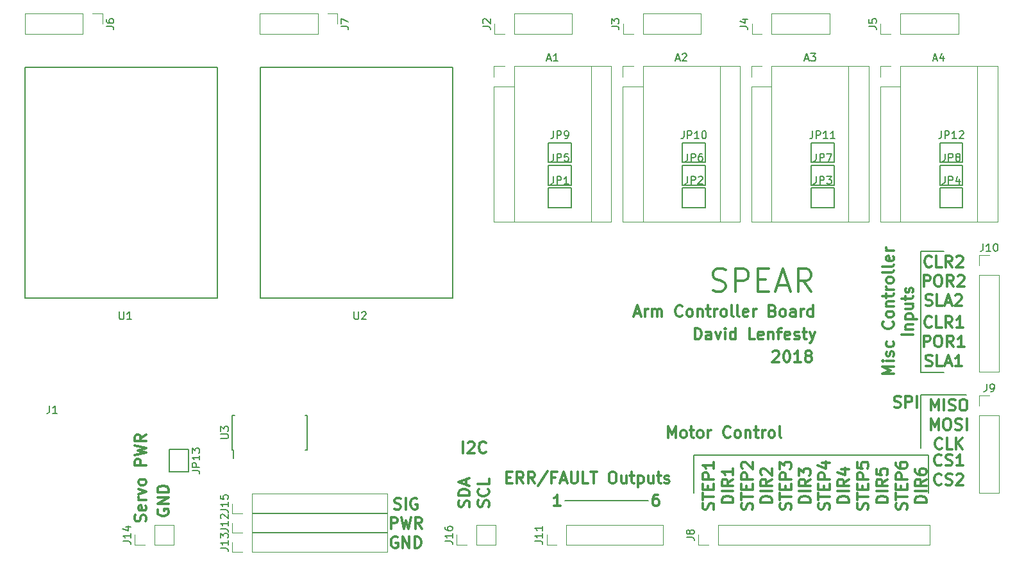
<source format=gbr>
G04 #@! TF.FileFunction,Legend,Top*
%FSLAX46Y46*%
G04 Gerber Fmt 4.6, Leading zero omitted, Abs format (unit mm)*
G04 Created by KiCad (PCBNEW 4.0.7) date 03/14/18 22:29:54*
%MOMM*%
%LPD*%
G01*
G04 APERTURE LIST*
%ADD10C,0.100000*%
%ADD11C,0.200000*%
%ADD12C,0.300000*%
%ADD13C,0.120000*%
%ADD14C,0.150000*%
G04 APERTURE END LIST*
D10*
D11*
X235000000Y-96000000D02*
X238000000Y-96000000D01*
X235000000Y-80000000D02*
X235000000Y-96000000D01*
X238000000Y-80000000D02*
X235000000Y-80000000D01*
D12*
X231403571Y-96249999D02*
X229903571Y-96249999D01*
X230975000Y-95749999D01*
X229903571Y-95249999D01*
X231403571Y-95249999D01*
X231403571Y-94535713D02*
X230403571Y-94535713D01*
X229903571Y-94535713D02*
X229975000Y-94607142D01*
X230046429Y-94535713D01*
X229975000Y-94464285D01*
X229903571Y-94535713D01*
X230046429Y-94535713D01*
X231332143Y-93892856D02*
X231403571Y-93749999D01*
X231403571Y-93464284D01*
X231332143Y-93321427D01*
X231189286Y-93249999D01*
X231117857Y-93249999D01*
X230975000Y-93321427D01*
X230903571Y-93464284D01*
X230903571Y-93678570D01*
X230832143Y-93821427D01*
X230689286Y-93892856D01*
X230617857Y-93892856D01*
X230475000Y-93821427D01*
X230403571Y-93678570D01*
X230403571Y-93464284D01*
X230475000Y-93321427D01*
X231332143Y-91964284D02*
X231403571Y-92107141D01*
X231403571Y-92392855D01*
X231332143Y-92535713D01*
X231260714Y-92607141D01*
X231117857Y-92678570D01*
X230689286Y-92678570D01*
X230546429Y-92607141D01*
X230475000Y-92535713D01*
X230403571Y-92392855D01*
X230403571Y-92107141D01*
X230475000Y-91964284D01*
X231260714Y-89321427D02*
X231332143Y-89392856D01*
X231403571Y-89607142D01*
X231403571Y-89749999D01*
X231332143Y-89964284D01*
X231189286Y-90107142D01*
X231046429Y-90178570D01*
X230760714Y-90249999D01*
X230546429Y-90249999D01*
X230260714Y-90178570D01*
X230117857Y-90107142D01*
X229975000Y-89964284D01*
X229903571Y-89749999D01*
X229903571Y-89607142D01*
X229975000Y-89392856D01*
X230046429Y-89321427D01*
X231403571Y-88464284D02*
X231332143Y-88607142D01*
X231260714Y-88678570D01*
X231117857Y-88749999D01*
X230689286Y-88749999D01*
X230546429Y-88678570D01*
X230475000Y-88607142D01*
X230403571Y-88464284D01*
X230403571Y-88249999D01*
X230475000Y-88107142D01*
X230546429Y-88035713D01*
X230689286Y-87964284D01*
X231117857Y-87964284D01*
X231260714Y-88035713D01*
X231332143Y-88107142D01*
X231403571Y-88249999D01*
X231403571Y-88464284D01*
X230403571Y-87321427D02*
X231403571Y-87321427D01*
X230546429Y-87321427D02*
X230475000Y-87249999D01*
X230403571Y-87107141D01*
X230403571Y-86892856D01*
X230475000Y-86749999D01*
X230617857Y-86678570D01*
X231403571Y-86678570D01*
X230403571Y-86178570D02*
X230403571Y-85607141D01*
X229903571Y-85964284D02*
X231189286Y-85964284D01*
X231332143Y-85892856D01*
X231403571Y-85749998D01*
X231403571Y-85607141D01*
X231403571Y-85107141D02*
X230403571Y-85107141D01*
X230689286Y-85107141D02*
X230546429Y-85035713D01*
X230475000Y-84964284D01*
X230403571Y-84821427D01*
X230403571Y-84678570D01*
X231403571Y-83964284D02*
X231332143Y-84107142D01*
X231260714Y-84178570D01*
X231117857Y-84249999D01*
X230689286Y-84249999D01*
X230546429Y-84178570D01*
X230475000Y-84107142D01*
X230403571Y-83964284D01*
X230403571Y-83749999D01*
X230475000Y-83607142D01*
X230546429Y-83535713D01*
X230689286Y-83464284D01*
X231117857Y-83464284D01*
X231260714Y-83535713D01*
X231332143Y-83607142D01*
X231403571Y-83749999D01*
X231403571Y-83964284D01*
X231403571Y-82607141D02*
X231332143Y-82749999D01*
X231189286Y-82821427D01*
X229903571Y-82821427D01*
X231403571Y-81821427D02*
X231332143Y-81964285D01*
X231189286Y-82035713D01*
X229903571Y-82035713D01*
X231332143Y-80678571D02*
X231403571Y-80821428D01*
X231403571Y-81107142D01*
X231332143Y-81249999D01*
X231189286Y-81321428D01*
X230617857Y-81321428D01*
X230475000Y-81249999D01*
X230403571Y-81107142D01*
X230403571Y-80821428D01*
X230475000Y-80678571D01*
X230617857Y-80607142D01*
X230760714Y-80607142D01*
X230903571Y-81321428D01*
X231403571Y-79964285D02*
X230403571Y-79964285D01*
X230689286Y-79964285D02*
X230546429Y-79892857D01*
X230475000Y-79821428D01*
X230403571Y-79678571D01*
X230403571Y-79535714D01*
X233953571Y-91071429D02*
X232453571Y-91071429D01*
X232953571Y-90357143D02*
X233953571Y-90357143D01*
X233096429Y-90357143D02*
X233025000Y-90285715D01*
X232953571Y-90142857D01*
X232953571Y-89928572D01*
X233025000Y-89785715D01*
X233167857Y-89714286D01*
X233953571Y-89714286D01*
X232953571Y-89000000D02*
X234453571Y-89000000D01*
X233025000Y-89000000D02*
X232953571Y-88857143D01*
X232953571Y-88571429D01*
X233025000Y-88428572D01*
X233096429Y-88357143D01*
X233239286Y-88285714D01*
X233667857Y-88285714D01*
X233810714Y-88357143D01*
X233882143Y-88428572D01*
X233953571Y-88571429D01*
X233953571Y-88857143D01*
X233882143Y-89000000D01*
X232953571Y-87000000D02*
X233953571Y-87000000D01*
X232953571Y-87642857D02*
X233739286Y-87642857D01*
X233882143Y-87571429D01*
X233953571Y-87428571D01*
X233953571Y-87214286D01*
X233882143Y-87071429D01*
X233810714Y-87000000D01*
X232953571Y-86500000D02*
X232953571Y-85928571D01*
X232453571Y-86285714D02*
X233739286Y-86285714D01*
X233882143Y-86214286D01*
X233953571Y-86071428D01*
X233953571Y-85928571D01*
X233882143Y-85500000D02*
X233953571Y-85357143D01*
X233953571Y-85071428D01*
X233882143Y-84928571D01*
X233739286Y-84857143D01*
X233667857Y-84857143D01*
X233525000Y-84928571D01*
X233453571Y-85071428D01*
X233453571Y-85285714D01*
X233382143Y-85428571D01*
X233239286Y-85500000D01*
X233167857Y-85500000D01*
X233025000Y-85428571D01*
X232953571Y-85285714D01*
X232953571Y-85071428D01*
X233025000Y-84928571D01*
X231464286Y-100607143D02*
X231678572Y-100678571D01*
X232035715Y-100678571D01*
X232178572Y-100607143D01*
X232250001Y-100535714D01*
X232321429Y-100392857D01*
X232321429Y-100250000D01*
X232250001Y-100107143D01*
X232178572Y-100035714D01*
X232035715Y-99964286D01*
X231750001Y-99892857D01*
X231607143Y-99821429D01*
X231535715Y-99750000D01*
X231464286Y-99607143D01*
X231464286Y-99464286D01*
X231535715Y-99321429D01*
X231607143Y-99250000D01*
X231750001Y-99178571D01*
X232107143Y-99178571D01*
X232321429Y-99250000D01*
X232964286Y-100678571D02*
X232964286Y-99178571D01*
X233535714Y-99178571D01*
X233678572Y-99250000D01*
X233750000Y-99321429D01*
X233821429Y-99464286D01*
X233821429Y-99678571D01*
X233750000Y-99821429D01*
X233678572Y-99892857D01*
X233535714Y-99964286D01*
X232964286Y-99964286D01*
X234464286Y-100678571D02*
X234464286Y-99178571D01*
D11*
X235000000Y-99000000D02*
X235000000Y-106000000D01*
X241000000Y-99000000D02*
X235000000Y-99000000D01*
X236000000Y-107000000D02*
X236000000Y-112000000D01*
X205000000Y-107000000D02*
X236000000Y-107000000D01*
X205000000Y-112000000D02*
X205000000Y-107000000D01*
D12*
X201607143Y-104678571D02*
X201607143Y-103178571D01*
X202107143Y-104250000D01*
X202607143Y-103178571D01*
X202607143Y-104678571D01*
X203535715Y-104678571D02*
X203392857Y-104607143D01*
X203321429Y-104535714D01*
X203250000Y-104392857D01*
X203250000Y-103964286D01*
X203321429Y-103821429D01*
X203392857Y-103750000D01*
X203535715Y-103678571D01*
X203750000Y-103678571D01*
X203892857Y-103750000D01*
X203964286Y-103821429D01*
X204035715Y-103964286D01*
X204035715Y-104392857D01*
X203964286Y-104535714D01*
X203892857Y-104607143D01*
X203750000Y-104678571D01*
X203535715Y-104678571D01*
X204464286Y-103678571D02*
X205035715Y-103678571D01*
X204678572Y-103178571D02*
X204678572Y-104464286D01*
X204750000Y-104607143D01*
X204892858Y-104678571D01*
X205035715Y-104678571D01*
X205750001Y-104678571D02*
X205607143Y-104607143D01*
X205535715Y-104535714D01*
X205464286Y-104392857D01*
X205464286Y-103964286D01*
X205535715Y-103821429D01*
X205607143Y-103750000D01*
X205750001Y-103678571D01*
X205964286Y-103678571D01*
X206107143Y-103750000D01*
X206178572Y-103821429D01*
X206250001Y-103964286D01*
X206250001Y-104392857D01*
X206178572Y-104535714D01*
X206107143Y-104607143D01*
X205964286Y-104678571D01*
X205750001Y-104678571D01*
X206892858Y-104678571D02*
X206892858Y-103678571D01*
X206892858Y-103964286D02*
X206964286Y-103821429D01*
X207035715Y-103750000D01*
X207178572Y-103678571D01*
X207321429Y-103678571D01*
X209821429Y-104535714D02*
X209750000Y-104607143D01*
X209535714Y-104678571D01*
X209392857Y-104678571D01*
X209178572Y-104607143D01*
X209035714Y-104464286D01*
X208964286Y-104321429D01*
X208892857Y-104035714D01*
X208892857Y-103821429D01*
X208964286Y-103535714D01*
X209035714Y-103392857D01*
X209178572Y-103250000D01*
X209392857Y-103178571D01*
X209535714Y-103178571D01*
X209750000Y-103250000D01*
X209821429Y-103321429D01*
X210678572Y-104678571D02*
X210535714Y-104607143D01*
X210464286Y-104535714D01*
X210392857Y-104392857D01*
X210392857Y-103964286D01*
X210464286Y-103821429D01*
X210535714Y-103750000D01*
X210678572Y-103678571D01*
X210892857Y-103678571D01*
X211035714Y-103750000D01*
X211107143Y-103821429D01*
X211178572Y-103964286D01*
X211178572Y-104392857D01*
X211107143Y-104535714D01*
X211035714Y-104607143D01*
X210892857Y-104678571D01*
X210678572Y-104678571D01*
X211821429Y-103678571D02*
X211821429Y-104678571D01*
X211821429Y-103821429D02*
X211892857Y-103750000D01*
X212035715Y-103678571D01*
X212250000Y-103678571D01*
X212392857Y-103750000D01*
X212464286Y-103892857D01*
X212464286Y-104678571D01*
X212964286Y-103678571D02*
X213535715Y-103678571D01*
X213178572Y-103178571D02*
X213178572Y-104464286D01*
X213250000Y-104607143D01*
X213392858Y-104678571D01*
X213535715Y-104678571D01*
X214035715Y-104678571D02*
X214035715Y-103678571D01*
X214035715Y-103964286D02*
X214107143Y-103821429D01*
X214178572Y-103750000D01*
X214321429Y-103678571D01*
X214464286Y-103678571D01*
X215178572Y-104678571D02*
X215035714Y-104607143D01*
X214964286Y-104535714D01*
X214892857Y-104392857D01*
X214892857Y-103964286D01*
X214964286Y-103821429D01*
X215035714Y-103750000D01*
X215178572Y-103678571D01*
X215392857Y-103678571D01*
X215535714Y-103750000D01*
X215607143Y-103821429D01*
X215678572Y-103964286D01*
X215678572Y-104392857D01*
X215607143Y-104535714D01*
X215535714Y-104607143D01*
X215392857Y-104678571D01*
X215178572Y-104678571D01*
X216535715Y-104678571D02*
X216392857Y-104607143D01*
X216321429Y-104464286D01*
X216321429Y-103178571D01*
D11*
X188000000Y-113000000D02*
X199000000Y-113000000D01*
D12*
X174535715Y-106678571D02*
X174535715Y-105178571D01*
X175178572Y-105321429D02*
X175250001Y-105250000D01*
X175392858Y-105178571D01*
X175750001Y-105178571D01*
X175892858Y-105250000D01*
X175964287Y-105321429D01*
X176035715Y-105464286D01*
X176035715Y-105607143D01*
X175964287Y-105821429D01*
X175107144Y-106678571D01*
X176035715Y-106678571D01*
X177535715Y-106535714D02*
X177464286Y-106607143D01*
X177250000Y-106678571D01*
X177107143Y-106678571D01*
X176892858Y-106607143D01*
X176750000Y-106464286D01*
X176678572Y-106321429D01*
X176607143Y-106035714D01*
X176607143Y-105821429D01*
X176678572Y-105535714D01*
X176750000Y-105392857D01*
X176892858Y-105250000D01*
X177107143Y-105178571D01*
X177250000Y-105178571D01*
X177464286Y-105250000D01*
X177535715Y-105321429D01*
X175332143Y-113821428D02*
X175403571Y-113607142D01*
X175403571Y-113249999D01*
X175332143Y-113107142D01*
X175260714Y-113035713D01*
X175117857Y-112964285D01*
X174975000Y-112964285D01*
X174832143Y-113035713D01*
X174760714Y-113107142D01*
X174689286Y-113249999D01*
X174617857Y-113535713D01*
X174546429Y-113678571D01*
X174475000Y-113749999D01*
X174332143Y-113821428D01*
X174189286Y-113821428D01*
X174046429Y-113749999D01*
X173975000Y-113678571D01*
X173903571Y-113535713D01*
X173903571Y-113178571D01*
X173975000Y-112964285D01*
X175403571Y-112321428D02*
X173903571Y-112321428D01*
X173903571Y-111964285D01*
X173975000Y-111750000D01*
X174117857Y-111607142D01*
X174260714Y-111535714D01*
X174546429Y-111464285D01*
X174760714Y-111464285D01*
X175046429Y-111535714D01*
X175189286Y-111607142D01*
X175332143Y-111750000D01*
X175403571Y-111964285D01*
X175403571Y-112321428D01*
X174975000Y-110892857D02*
X174975000Y-110178571D01*
X175403571Y-111035714D02*
X173903571Y-110535714D01*
X175403571Y-110035714D01*
X177882143Y-113785714D02*
X177953571Y-113571428D01*
X177953571Y-113214285D01*
X177882143Y-113071428D01*
X177810714Y-112999999D01*
X177667857Y-112928571D01*
X177525000Y-112928571D01*
X177382143Y-112999999D01*
X177310714Y-113071428D01*
X177239286Y-113214285D01*
X177167857Y-113499999D01*
X177096429Y-113642857D01*
X177025000Y-113714285D01*
X176882143Y-113785714D01*
X176739286Y-113785714D01*
X176596429Y-113714285D01*
X176525000Y-113642857D01*
X176453571Y-113499999D01*
X176453571Y-113142857D01*
X176525000Y-112928571D01*
X177810714Y-111428571D02*
X177882143Y-111500000D01*
X177953571Y-111714286D01*
X177953571Y-111857143D01*
X177882143Y-112071428D01*
X177739286Y-112214286D01*
X177596429Y-112285714D01*
X177310714Y-112357143D01*
X177096429Y-112357143D01*
X176810714Y-112285714D01*
X176667857Y-112214286D01*
X176525000Y-112071428D01*
X176453571Y-111857143D01*
X176453571Y-111714286D01*
X176525000Y-111500000D01*
X176596429Y-111428571D01*
X177953571Y-110071428D02*
X177953571Y-110785714D01*
X176453571Y-110785714D01*
X236392858Y-89985714D02*
X236321429Y-90057143D01*
X236107143Y-90128571D01*
X235964286Y-90128571D01*
X235750001Y-90057143D01*
X235607143Y-89914286D01*
X235535715Y-89771429D01*
X235464286Y-89485714D01*
X235464286Y-89271429D01*
X235535715Y-88985714D01*
X235607143Y-88842857D01*
X235750001Y-88700000D01*
X235964286Y-88628571D01*
X236107143Y-88628571D01*
X236321429Y-88700000D01*
X236392858Y-88771429D01*
X237750001Y-90128571D02*
X237035715Y-90128571D01*
X237035715Y-88628571D01*
X239107144Y-90128571D02*
X238607144Y-89414286D01*
X238250001Y-90128571D02*
X238250001Y-88628571D01*
X238821429Y-88628571D01*
X238964287Y-88700000D01*
X239035715Y-88771429D01*
X239107144Y-88914286D01*
X239107144Y-89128571D01*
X239035715Y-89271429D01*
X238964287Y-89342857D01*
X238821429Y-89414286D01*
X238250001Y-89414286D01*
X240535715Y-90128571D02*
X239678572Y-90128571D01*
X240107144Y-90128571D02*
X240107144Y-88628571D01*
X239964287Y-88842857D01*
X239821429Y-88985714D01*
X239678572Y-89057143D01*
X235357143Y-92678571D02*
X235357143Y-91178571D01*
X235928571Y-91178571D01*
X236071429Y-91250000D01*
X236142857Y-91321429D01*
X236214286Y-91464286D01*
X236214286Y-91678571D01*
X236142857Y-91821429D01*
X236071429Y-91892857D01*
X235928571Y-91964286D01*
X235357143Y-91964286D01*
X237142857Y-91178571D02*
X237428571Y-91178571D01*
X237571429Y-91250000D01*
X237714286Y-91392857D01*
X237785714Y-91678571D01*
X237785714Y-92178571D01*
X237714286Y-92464286D01*
X237571429Y-92607143D01*
X237428571Y-92678571D01*
X237142857Y-92678571D01*
X237000000Y-92607143D01*
X236857143Y-92464286D01*
X236785714Y-92178571D01*
X236785714Y-91678571D01*
X236857143Y-91392857D01*
X237000000Y-91250000D01*
X237142857Y-91178571D01*
X239285715Y-92678571D02*
X238785715Y-91964286D01*
X238428572Y-92678571D02*
X238428572Y-91178571D01*
X239000000Y-91178571D01*
X239142858Y-91250000D01*
X239214286Y-91321429D01*
X239285715Y-91464286D01*
X239285715Y-91678571D01*
X239214286Y-91821429D01*
X239142858Y-91892857D01*
X239000000Y-91964286D01*
X238428572Y-91964286D01*
X240714286Y-92678571D02*
X239857143Y-92678571D01*
X240285715Y-92678571D02*
X240285715Y-91178571D01*
X240142858Y-91392857D01*
X240000000Y-91535714D01*
X239857143Y-91607143D01*
X235607143Y-95157143D02*
X235821429Y-95228571D01*
X236178572Y-95228571D01*
X236321429Y-95157143D01*
X236392858Y-95085714D01*
X236464286Y-94942857D01*
X236464286Y-94800000D01*
X236392858Y-94657143D01*
X236321429Y-94585714D01*
X236178572Y-94514286D01*
X235892858Y-94442857D01*
X235750000Y-94371429D01*
X235678572Y-94300000D01*
X235607143Y-94157143D01*
X235607143Y-94014286D01*
X235678572Y-93871429D01*
X235750000Y-93800000D01*
X235892858Y-93728571D01*
X236250000Y-93728571D01*
X236464286Y-93800000D01*
X237821429Y-95228571D02*
X237107143Y-95228571D01*
X237107143Y-93728571D01*
X238250000Y-94800000D02*
X238964286Y-94800000D01*
X238107143Y-95228571D02*
X238607143Y-93728571D01*
X239107143Y-95228571D01*
X240392857Y-95228571D02*
X239535714Y-95228571D01*
X239964286Y-95228571D02*
X239964286Y-93728571D01*
X239821429Y-93942857D01*
X239678571Y-94085714D01*
X239535714Y-94157143D01*
X236392858Y-81985714D02*
X236321429Y-82057143D01*
X236107143Y-82128571D01*
X235964286Y-82128571D01*
X235750001Y-82057143D01*
X235607143Y-81914286D01*
X235535715Y-81771429D01*
X235464286Y-81485714D01*
X235464286Y-81271429D01*
X235535715Y-80985714D01*
X235607143Y-80842857D01*
X235750001Y-80700000D01*
X235964286Y-80628571D01*
X236107143Y-80628571D01*
X236321429Y-80700000D01*
X236392858Y-80771429D01*
X237750001Y-82128571D02*
X237035715Y-82128571D01*
X237035715Y-80628571D01*
X239107144Y-82128571D02*
X238607144Y-81414286D01*
X238250001Y-82128571D02*
X238250001Y-80628571D01*
X238821429Y-80628571D01*
X238964287Y-80700000D01*
X239035715Y-80771429D01*
X239107144Y-80914286D01*
X239107144Y-81128571D01*
X239035715Y-81271429D01*
X238964287Y-81342857D01*
X238821429Y-81414286D01*
X238250001Y-81414286D01*
X239678572Y-80771429D02*
X239750001Y-80700000D01*
X239892858Y-80628571D01*
X240250001Y-80628571D01*
X240392858Y-80700000D01*
X240464287Y-80771429D01*
X240535715Y-80914286D01*
X240535715Y-81057143D01*
X240464287Y-81271429D01*
X239607144Y-82128571D01*
X240535715Y-82128571D01*
X235357143Y-84678571D02*
X235357143Y-83178571D01*
X235928571Y-83178571D01*
X236071429Y-83250000D01*
X236142857Y-83321429D01*
X236214286Y-83464286D01*
X236214286Y-83678571D01*
X236142857Y-83821429D01*
X236071429Y-83892857D01*
X235928571Y-83964286D01*
X235357143Y-83964286D01*
X237142857Y-83178571D02*
X237428571Y-83178571D01*
X237571429Y-83250000D01*
X237714286Y-83392857D01*
X237785714Y-83678571D01*
X237785714Y-84178571D01*
X237714286Y-84464286D01*
X237571429Y-84607143D01*
X237428571Y-84678571D01*
X237142857Y-84678571D01*
X237000000Y-84607143D01*
X236857143Y-84464286D01*
X236785714Y-84178571D01*
X236785714Y-83678571D01*
X236857143Y-83392857D01*
X237000000Y-83250000D01*
X237142857Y-83178571D01*
X239285715Y-84678571D02*
X238785715Y-83964286D01*
X238428572Y-84678571D02*
X238428572Y-83178571D01*
X239000000Y-83178571D01*
X239142858Y-83250000D01*
X239214286Y-83321429D01*
X239285715Y-83464286D01*
X239285715Y-83678571D01*
X239214286Y-83821429D01*
X239142858Y-83892857D01*
X239000000Y-83964286D01*
X238428572Y-83964286D01*
X239857143Y-83321429D02*
X239928572Y-83250000D01*
X240071429Y-83178571D01*
X240428572Y-83178571D01*
X240571429Y-83250000D01*
X240642858Y-83321429D01*
X240714286Y-83464286D01*
X240714286Y-83607143D01*
X240642858Y-83821429D01*
X239785715Y-84678571D01*
X240714286Y-84678571D01*
X235607143Y-87157143D02*
X235821429Y-87228571D01*
X236178572Y-87228571D01*
X236321429Y-87157143D01*
X236392858Y-87085714D01*
X236464286Y-86942857D01*
X236464286Y-86800000D01*
X236392858Y-86657143D01*
X236321429Y-86585714D01*
X236178572Y-86514286D01*
X235892858Y-86442857D01*
X235750000Y-86371429D01*
X235678572Y-86300000D01*
X235607143Y-86157143D01*
X235607143Y-86014286D01*
X235678572Y-85871429D01*
X235750000Y-85800000D01*
X235892858Y-85728571D01*
X236250000Y-85728571D01*
X236464286Y-85800000D01*
X237821429Y-87228571D02*
X237107143Y-87228571D01*
X237107143Y-85728571D01*
X238250000Y-86800000D02*
X238964286Y-86800000D01*
X238107143Y-87228571D02*
X238607143Y-85728571D01*
X239107143Y-87228571D01*
X239535714Y-85871429D02*
X239607143Y-85800000D01*
X239750000Y-85728571D01*
X240107143Y-85728571D01*
X240250000Y-85800000D01*
X240321429Y-85871429D01*
X240392857Y-86014286D01*
X240392857Y-86157143D01*
X240321429Y-86371429D01*
X239464286Y-87228571D01*
X240392857Y-87228571D01*
X237705715Y-108210714D02*
X237634286Y-108282143D01*
X237420000Y-108353571D01*
X237277143Y-108353571D01*
X237062858Y-108282143D01*
X236920000Y-108139286D01*
X236848572Y-107996429D01*
X236777143Y-107710714D01*
X236777143Y-107496429D01*
X236848572Y-107210714D01*
X236920000Y-107067857D01*
X237062858Y-106925000D01*
X237277143Y-106853571D01*
X237420000Y-106853571D01*
X237634286Y-106925000D01*
X237705715Y-106996429D01*
X238277143Y-108282143D02*
X238491429Y-108353571D01*
X238848572Y-108353571D01*
X238991429Y-108282143D01*
X239062858Y-108210714D01*
X239134286Y-108067857D01*
X239134286Y-107925000D01*
X239062858Y-107782143D01*
X238991429Y-107710714D01*
X238848572Y-107639286D01*
X238562858Y-107567857D01*
X238420000Y-107496429D01*
X238348572Y-107425000D01*
X238277143Y-107282143D01*
X238277143Y-107139286D01*
X238348572Y-106996429D01*
X238420000Y-106925000D01*
X238562858Y-106853571D01*
X238920000Y-106853571D01*
X239134286Y-106925000D01*
X240562857Y-108353571D02*
X239705714Y-108353571D01*
X240134286Y-108353571D02*
X240134286Y-106853571D01*
X239991429Y-107067857D01*
X239848571Y-107210714D01*
X239705714Y-107282143D01*
X237705715Y-110760714D02*
X237634286Y-110832143D01*
X237420000Y-110903571D01*
X237277143Y-110903571D01*
X237062858Y-110832143D01*
X236920000Y-110689286D01*
X236848572Y-110546429D01*
X236777143Y-110260714D01*
X236777143Y-110046429D01*
X236848572Y-109760714D01*
X236920000Y-109617857D01*
X237062858Y-109475000D01*
X237277143Y-109403571D01*
X237420000Y-109403571D01*
X237634286Y-109475000D01*
X237705715Y-109546429D01*
X238277143Y-110832143D02*
X238491429Y-110903571D01*
X238848572Y-110903571D01*
X238991429Y-110832143D01*
X239062858Y-110760714D01*
X239134286Y-110617857D01*
X239134286Y-110475000D01*
X239062858Y-110332143D01*
X238991429Y-110260714D01*
X238848572Y-110189286D01*
X238562858Y-110117857D01*
X238420000Y-110046429D01*
X238348572Y-109975000D01*
X238277143Y-109832143D01*
X238277143Y-109689286D01*
X238348572Y-109546429D01*
X238420000Y-109475000D01*
X238562858Y-109403571D01*
X238920000Y-109403571D01*
X239134286Y-109475000D01*
X239705714Y-109546429D02*
X239777143Y-109475000D01*
X239920000Y-109403571D01*
X240277143Y-109403571D01*
X240420000Y-109475000D01*
X240491429Y-109546429D01*
X240562857Y-109689286D01*
X240562857Y-109832143D01*
X240491429Y-110046429D01*
X239634286Y-110903571D01*
X240562857Y-110903571D01*
X236312857Y-101078571D02*
X236312857Y-99578571D01*
X236812857Y-100650000D01*
X237312857Y-99578571D01*
X237312857Y-101078571D01*
X238027143Y-101078571D02*
X238027143Y-99578571D01*
X238670000Y-101007143D02*
X238884286Y-101078571D01*
X239241429Y-101078571D01*
X239384286Y-101007143D01*
X239455715Y-100935714D01*
X239527143Y-100792857D01*
X239527143Y-100650000D01*
X239455715Y-100507143D01*
X239384286Y-100435714D01*
X239241429Y-100364286D01*
X238955715Y-100292857D01*
X238812857Y-100221429D01*
X238741429Y-100150000D01*
X238670000Y-100007143D01*
X238670000Y-99864286D01*
X238741429Y-99721429D01*
X238812857Y-99650000D01*
X238955715Y-99578571D01*
X239312857Y-99578571D01*
X239527143Y-99650000D01*
X240455714Y-99578571D02*
X240741428Y-99578571D01*
X240884286Y-99650000D01*
X241027143Y-99792857D01*
X241098571Y-100078571D01*
X241098571Y-100578571D01*
X241027143Y-100864286D01*
X240884286Y-101007143D01*
X240741428Y-101078571D01*
X240455714Y-101078571D01*
X240312857Y-101007143D01*
X240170000Y-100864286D01*
X240098571Y-100578571D01*
X240098571Y-100078571D01*
X240170000Y-99792857D01*
X240312857Y-99650000D01*
X240455714Y-99578571D01*
X236312857Y-103628571D02*
X236312857Y-102128571D01*
X236812857Y-103200000D01*
X237312857Y-102128571D01*
X237312857Y-103628571D01*
X238312857Y-102128571D02*
X238598571Y-102128571D01*
X238741429Y-102200000D01*
X238884286Y-102342857D01*
X238955714Y-102628571D01*
X238955714Y-103128571D01*
X238884286Y-103414286D01*
X238741429Y-103557143D01*
X238598571Y-103628571D01*
X238312857Y-103628571D01*
X238170000Y-103557143D01*
X238027143Y-103414286D01*
X237955714Y-103128571D01*
X237955714Y-102628571D01*
X238027143Y-102342857D01*
X238170000Y-102200000D01*
X238312857Y-102128571D01*
X239527143Y-103557143D02*
X239741429Y-103628571D01*
X240098572Y-103628571D01*
X240241429Y-103557143D01*
X240312858Y-103485714D01*
X240384286Y-103342857D01*
X240384286Y-103200000D01*
X240312858Y-103057143D01*
X240241429Y-102985714D01*
X240098572Y-102914286D01*
X239812858Y-102842857D01*
X239670000Y-102771429D01*
X239598572Y-102700000D01*
X239527143Y-102557143D01*
X239527143Y-102414286D01*
X239598572Y-102271429D01*
X239670000Y-102200000D01*
X239812858Y-102128571D01*
X240170000Y-102128571D01*
X240384286Y-102200000D01*
X241027143Y-103628571D02*
X241027143Y-102128571D01*
X237777143Y-106035714D02*
X237705714Y-106107143D01*
X237491428Y-106178571D01*
X237348571Y-106178571D01*
X237134286Y-106107143D01*
X236991428Y-105964286D01*
X236920000Y-105821429D01*
X236848571Y-105535714D01*
X236848571Y-105321429D01*
X236920000Y-105035714D01*
X236991428Y-104892857D01*
X237134286Y-104750000D01*
X237348571Y-104678571D01*
X237491428Y-104678571D01*
X237705714Y-104750000D01*
X237777143Y-104821429D01*
X239134286Y-106178571D02*
X238420000Y-106178571D01*
X238420000Y-104678571D01*
X239634286Y-106178571D02*
X239634286Y-104678571D01*
X240491429Y-106178571D02*
X239848572Y-105321429D01*
X240491429Y-104678571D02*
X239634286Y-105535714D01*
X207582143Y-114142857D02*
X207653571Y-113928571D01*
X207653571Y-113571428D01*
X207582143Y-113428571D01*
X207510714Y-113357142D01*
X207367857Y-113285714D01*
X207225000Y-113285714D01*
X207082143Y-113357142D01*
X207010714Y-113428571D01*
X206939286Y-113571428D01*
X206867857Y-113857142D01*
X206796429Y-114000000D01*
X206725000Y-114071428D01*
X206582143Y-114142857D01*
X206439286Y-114142857D01*
X206296429Y-114071428D01*
X206225000Y-114000000D01*
X206153571Y-113857142D01*
X206153571Y-113500000D01*
X206225000Y-113285714D01*
X206153571Y-112857143D02*
X206153571Y-112000000D01*
X207653571Y-112428571D02*
X206153571Y-112428571D01*
X206867857Y-111500000D02*
X206867857Y-111000000D01*
X207653571Y-110785714D02*
X207653571Y-111500000D01*
X206153571Y-111500000D01*
X206153571Y-110785714D01*
X207653571Y-110142857D02*
X206153571Y-110142857D01*
X206153571Y-109571429D01*
X206225000Y-109428571D01*
X206296429Y-109357143D01*
X206439286Y-109285714D01*
X206653571Y-109285714D01*
X206796429Y-109357143D01*
X206867857Y-109428571D01*
X206939286Y-109571429D01*
X206939286Y-110142857D01*
X207653571Y-107857143D02*
X207653571Y-108714286D01*
X207653571Y-108285714D02*
X206153571Y-108285714D01*
X206367857Y-108428571D01*
X206510714Y-108571429D01*
X206582143Y-108714286D01*
X210203571Y-113214285D02*
X208703571Y-113214285D01*
X208703571Y-112857142D01*
X208775000Y-112642857D01*
X208917857Y-112499999D01*
X209060714Y-112428571D01*
X209346429Y-112357142D01*
X209560714Y-112357142D01*
X209846429Y-112428571D01*
X209989286Y-112499999D01*
X210132143Y-112642857D01*
X210203571Y-112857142D01*
X210203571Y-113214285D01*
X210203571Y-111714285D02*
X208703571Y-111714285D01*
X210203571Y-110142856D02*
X209489286Y-110642856D01*
X210203571Y-110999999D02*
X208703571Y-110999999D01*
X208703571Y-110428571D01*
X208775000Y-110285713D01*
X208846429Y-110214285D01*
X208989286Y-110142856D01*
X209203571Y-110142856D01*
X209346429Y-110214285D01*
X209417857Y-110285713D01*
X209489286Y-110428571D01*
X209489286Y-110999999D01*
X210203571Y-108714285D02*
X210203571Y-109571428D01*
X210203571Y-109142856D02*
X208703571Y-109142856D01*
X208917857Y-109285713D01*
X209060714Y-109428571D01*
X209132143Y-109571428D01*
X212682143Y-114142857D02*
X212753571Y-113928571D01*
X212753571Y-113571428D01*
X212682143Y-113428571D01*
X212610714Y-113357142D01*
X212467857Y-113285714D01*
X212325000Y-113285714D01*
X212182143Y-113357142D01*
X212110714Y-113428571D01*
X212039286Y-113571428D01*
X211967857Y-113857142D01*
X211896429Y-114000000D01*
X211825000Y-114071428D01*
X211682143Y-114142857D01*
X211539286Y-114142857D01*
X211396429Y-114071428D01*
X211325000Y-114000000D01*
X211253571Y-113857142D01*
X211253571Y-113500000D01*
X211325000Y-113285714D01*
X211253571Y-112857143D02*
X211253571Y-112000000D01*
X212753571Y-112428571D02*
X211253571Y-112428571D01*
X211967857Y-111500000D02*
X211967857Y-111000000D01*
X212753571Y-110785714D02*
X212753571Y-111500000D01*
X211253571Y-111500000D01*
X211253571Y-110785714D01*
X212753571Y-110142857D02*
X211253571Y-110142857D01*
X211253571Y-109571429D01*
X211325000Y-109428571D01*
X211396429Y-109357143D01*
X211539286Y-109285714D01*
X211753571Y-109285714D01*
X211896429Y-109357143D01*
X211967857Y-109428571D01*
X212039286Y-109571429D01*
X212039286Y-110142857D01*
X211396429Y-108714286D02*
X211325000Y-108642857D01*
X211253571Y-108500000D01*
X211253571Y-108142857D01*
X211325000Y-108000000D01*
X211396429Y-107928571D01*
X211539286Y-107857143D01*
X211682143Y-107857143D01*
X211896429Y-107928571D01*
X212753571Y-108785714D01*
X212753571Y-107857143D01*
X215303571Y-113214285D02*
X213803571Y-113214285D01*
X213803571Y-112857142D01*
X213875000Y-112642857D01*
X214017857Y-112499999D01*
X214160714Y-112428571D01*
X214446429Y-112357142D01*
X214660714Y-112357142D01*
X214946429Y-112428571D01*
X215089286Y-112499999D01*
X215232143Y-112642857D01*
X215303571Y-112857142D01*
X215303571Y-113214285D01*
X215303571Y-111714285D02*
X213803571Y-111714285D01*
X215303571Y-110142856D02*
X214589286Y-110642856D01*
X215303571Y-110999999D02*
X213803571Y-110999999D01*
X213803571Y-110428571D01*
X213875000Y-110285713D01*
X213946429Y-110214285D01*
X214089286Y-110142856D01*
X214303571Y-110142856D01*
X214446429Y-110214285D01*
X214517857Y-110285713D01*
X214589286Y-110428571D01*
X214589286Y-110999999D01*
X213946429Y-109571428D02*
X213875000Y-109499999D01*
X213803571Y-109357142D01*
X213803571Y-108999999D01*
X213875000Y-108857142D01*
X213946429Y-108785713D01*
X214089286Y-108714285D01*
X214232143Y-108714285D01*
X214446429Y-108785713D01*
X215303571Y-109642856D01*
X215303571Y-108714285D01*
X217782143Y-114142857D02*
X217853571Y-113928571D01*
X217853571Y-113571428D01*
X217782143Y-113428571D01*
X217710714Y-113357142D01*
X217567857Y-113285714D01*
X217425000Y-113285714D01*
X217282143Y-113357142D01*
X217210714Y-113428571D01*
X217139286Y-113571428D01*
X217067857Y-113857142D01*
X216996429Y-114000000D01*
X216925000Y-114071428D01*
X216782143Y-114142857D01*
X216639286Y-114142857D01*
X216496429Y-114071428D01*
X216425000Y-114000000D01*
X216353571Y-113857142D01*
X216353571Y-113500000D01*
X216425000Y-113285714D01*
X216353571Y-112857143D02*
X216353571Y-112000000D01*
X217853571Y-112428571D02*
X216353571Y-112428571D01*
X217067857Y-111500000D02*
X217067857Y-111000000D01*
X217853571Y-110785714D02*
X217853571Y-111500000D01*
X216353571Y-111500000D01*
X216353571Y-110785714D01*
X217853571Y-110142857D02*
X216353571Y-110142857D01*
X216353571Y-109571429D01*
X216425000Y-109428571D01*
X216496429Y-109357143D01*
X216639286Y-109285714D01*
X216853571Y-109285714D01*
X216996429Y-109357143D01*
X217067857Y-109428571D01*
X217139286Y-109571429D01*
X217139286Y-110142857D01*
X216353571Y-108785714D02*
X216353571Y-107857143D01*
X216925000Y-108357143D01*
X216925000Y-108142857D01*
X216996429Y-108000000D01*
X217067857Y-107928571D01*
X217210714Y-107857143D01*
X217567857Y-107857143D01*
X217710714Y-107928571D01*
X217782143Y-108000000D01*
X217853571Y-108142857D01*
X217853571Y-108571429D01*
X217782143Y-108714286D01*
X217710714Y-108785714D01*
X220403571Y-113214285D02*
X218903571Y-113214285D01*
X218903571Y-112857142D01*
X218975000Y-112642857D01*
X219117857Y-112499999D01*
X219260714Y-112428571D01*
X219546429Y-112357142D01*
X219760714Y-112357142D01*
X220046429Y-112428571D01*
X220189286Y-112499999D01*
X220332143Y-112642857D01*
X220403571Y-112857142D01*
X220403571Y-113214285D01*
X220403571Y-111714285D02*
X218903571Y-111714285D01*
X220403571Y-110142856D02*
X219689286Y-110642856D01*
X220403571Y-110999999D02*
X218903571Y-110999999D01*
X218903571Y-110428571D01*
X218975000Y-110285713D01*
X219046429Y-110214285D01*
X219189286Y-110142856D01*
X219403571Y-110142856D01*
X219546429Y-110214285D01*
X219617857Y-110285713D01*
X219689286Y-110428571D01*
X219689286Y-110999999D01*
X218903571Y-109642856D02*
X218903571Y-108714285D01*
X219475000Y-109214285D01*
X219475000Y-108999999D01*
X219546429Y-108857142D01*
X219617857Y-108785713D01*
X219760714Y-108714285D01*
X220117857Y-108714285D01*
X220260714Y-108785713D01*
X220332143Y-108857142D01*
X220403571Y-108999999D01*
X220403571Y-109428571D01*
X220332143Y-109571428D01*
X220260714Y-109642856D01*
X222882143Y-114142857D02*
X222953571Y-113928571D01*
X222953571Y-113571428D01*
X222882143Y-113428571D01*
X222810714Y-113357142D01*
X222667857Y-113285714D01*
X222525000Y-113285714D01*
X222382143Y-113357142D01*
X222310714Y-113428571D01*
X222239286Y-113571428D01*
X222167857Y-113857142D01*
X222096429Y-114000000D01*
X222025000Y-114071428D01*
X221882143Y-114142857D01*
X221739286Y-114142857D01*
X221596429Y-114071428D01*
X221525000Y-114000000D01*
X221453571Y-113857142D01*
X221453571Y-113500000D01*
X221525000Y-113285714D01*
X221453571Y-112857143D02*
X221453571Y-112000000D01*
X222953571Y-112428571D02*
X221453571Y-112428571D01*
X222167857Y-111500000D02*
X222167857Y-111000000D01*
X222953571Y-110785714D02*
X222953571Y-111500000D01*
X221453571Y-111500000D01*
X221453571Y-110785714D01*
X222953571Y-110142857D02*
X221453571Y-110142857D01*
X221453571Y-109571429D01*
X221525000Y-109428571D01*
X221596429Y-109357143D01*
X221739286Y-109285714D01*
X221953571Y-109285714D01*
X222096429Y-109357143D01*
X222167857Y-109428571D01*
X222239286Y-109571429D01*
X222239286Y-110142857D01*
X221953571Y-108000000D02*
X222953571Y-108000000D01*
X221382143Y-108357143D02*
X222453571Y-108714286D01*
X222453571Y-107785714D01*
X225503571Y-113214285D02*
X224003571Y-113214285D01*
X224003571Y-112857142D01*
X224075000Y-112642857D01*
X224217857Y-112499999D01*
X224360714Y-112428571D01*
X224646429Y-112357142D01*
X224860714Y-112357142D01*
X225146429Y-112428571D01*
X225289286Y-112499999D01*
X225432143Y-112642857D01*
X225503571Y-112857142D01*
X225503571Y-113214285D01*
X225503571Y-111714285D02*
X224003571Y-111714285D01*
X225503571Y-110142856D02*
X224789286Y-110642856D01*
X225503571Y-110999999D02*
X224003571Y-110999999D01*
X224003571Y-110428571D01*
X224075000Y-110285713D01*
X224146429Y-110214285D01*
X224289286Y-110142856D01*
X224503571Y-110142856D01*
X224646429Y-110214285D01*
X224717857Y-110285713D01*
X224789286Y-110428571D01*
X224789286Y-110999999D01*
X224503571Y-108857142D02*
X225503571Y-108857142D01*
X223932143Y-109214285D02*
X225003571Y-109571428D01*
X225003571Y-108642856D01*
X227982143Y-114142857D02*
X228053571Y-113928571D01*
X228053571Y-113571428D01*
X227982143Y-113428571D01*
X227910714Y-113357142D01*
X227767857Y-113285714D01*
X227625000Y-113285714D01*
X227482143Y-113357142D01*
X227410714Y-113428571D01*
X227339286Y-113571428D01*
X227267857Y-113857142D01*
X227196429Y-114000000D01*
X227125000Y-114071428D01*
X226982143Y-114142857D01*
X226839286Y-114142857D01*
X226696429Y-114071428D01*
X226625000Y-114000000D01*
X226553571Y-113857142D01*
X226553571Y-113500000D01*
X226625000Y-113285714D01*
X226553571Y-112857143D02*
X226553571Y-112000000D01*
X228053571Y-112428571D02*
X226553571Y-112428571D01*
X227267857Y-111500000D02*
X227267857Y-111000000D01*
X228053571Y-110785714D02*
X228053571Y-111500000D01*
X226553571Y-111500000D01*
X226553571Y-110785714D01*
X228053571Y-110142857D02*
X226553571Y-110142857D01*
X226553571Y-109571429D01*
X226625000Y-109428571D01*
X226696429Y-109357143D01*
X226839286Y-109285714D01*
X227053571Y-109285714D01*
X227196429Y-109357143D01*
X227267857Y-109428571D01*
X227339286Y-109571429D01*
X227339286Y-110142857D01*
X226553571Y-107928571D02*
X226553571Y-108642857D01*
X227267857Y-108714286D01*
X227196429Y-108642857D01*
X227125000Y-108500000D01*
X227125000Y-108142857D01*
X227196429Y-108000000D01*
X227267857Y-107928571D01*
X227410714Y-107857143D01*
X227767857Y-107857143D01*
X227910714Y-107928571D01*
X227982143Y-108000000D01*
X228053571Y-108142857D01*
X228053571Y-108500000D01*
X227982143Y-108642857D01*
X227910714Y-108714286D01*
X230603571Y-113214285D02*
X229103571Y-113214285D01*
X229103571Y-112857142D01*
X229175000Y-112642857D01*
X229317857Y-112499999D01*
X229460714Y-112428571D01*
X229746429Y-112357142D01*
X229960714Y-112357142D01*
X230246429Y-112428571D01*
X230389286Y-112499999D01*
X230532143Y-112642857D01*
X230603571Y-112857142D01*
X230603571Y-113214285D01*
X230603571Y-111714285D02*
X229103571Y-111714285D01*
X230603571Y-110142856D02*
X229889286Y-110642856D01*
X230603571Y-110999999D02*
X229103571Y-110999999D01*
X229103571Y-110428571D01*
X229175000Y-110285713D01*
X229246429Y-110214285D01*
X229389286Y-110142856D01*
X229603571Y-110142856D01*
X229746429Y-110214285D01*
X229817857Y-110285713D01*
X229889286Y-110428571D01*
X229889286Y-110999999D01*
X229103571Y-108785713D02*
X229103571Y-109499999D01*
X229817857Y-109571428D01*
X229746429Y-109499999D01*
X229675000Y-109357142D01*
X229675000Y-108999999D01*
X229746429Y-108857142D01*
X229817857Y-108785713D01*
X229960714Y-108714285D01*
X230317857Y-108714285D01*
X230460714Y-108785713D01*
X230532143Y-108857142D01*
X230603571Y-108999999D01*
X230603571Y-109357142D01*
X230532143Y-109499999D01*
X230460714Y-109571428D01*
X233082143Y-114142857D02*
X233153571Y-113928571D01*
X233153571Y-113571428D01*
X233082143Y-113428571D01*
X233010714Y-113357142D01*
X232867857Y-113285714D01*
X232725000Y-113285714D01*
X232582143Y-113357142D01*
X232510714Y-113428571D01*
X232439286Y-113571428D01*
X232367857Y-113857142D01*
X232296429Y-114000000D01*
X232225000Y-114071428D01*
X232082143Y-114142857D01*
X231939286Y-114142857D01*
X231796429Y-114071428D01*
X231725000Y-114000000D01*
X231653571Y-113857142D01*
X231653571Y-113500000D01*
X231725000Y-113285714D01*
X231653571Y-112857143D02*
X231653571Y-112000000D01*
X233153571Y-112428571D02*
X231653571Y-112428571D01*
X232367857Y-111500000D02*
X232367857Y-111000000D01*
X233153571Y-110785714D02*
X233153571Y-111500000D01*
X231653571Y-111500000D01*
X231653571Y-110785714D01*
X233153571Y-110142857D02*
X231653571Y-110142857D01*
X231653571Y-109571429D01*
X231725000Y-109428571D01*
X231796429Y-109357143D01*
X231939286Y-109285714D01*
X232153571Y-109285714D01*
X232296429Y-109357143D01*
X232367857Y-109428571D01*
X232439286Y-109571429D01*
X232439286Y-110142857D01*
X231653571Y-108000000D02*
X231653571Y-108285714D01*
X231725000Y-108428571D01*
X231796429Y-108500000D01*
X232010714Y-108642857D01*
X232296429Y-108714286D01*
X232867857Y-108714286D01*
X233010714Y-108642857D01*
X233082143Y-108571429D01*
X233153571Y-108428571D01*
X233153571Y-108142857D01*
X233082143Y-108000000D01*
X233010714Y-107928571D01*
X232867857Y-107857143D01*
X232510714Y-107857143D01*
X232367857Y-107928571D01*
X232296429Y-108000000D01*
X232225000Y-108142857D01*
X232225000Y-108428571D01*
X232296429Y-108571429D01*
X232367857Y-108642857D01*
X232510714Y-108714286D01*
X235703571Y-113214285D02*
X234203571Y-113214285D01*
X234203571Y-112857142D01*
X234275000Y-112642857D01*
X234417857Y-112499999D01*
X234560714Y-112428571D01*
X234846429Y-112357142D01*
X235060714Y-112357142D01*
X235346429Y-112428571D01*
X235489286Y-112499999D01*
X235632143Y-112642857D01*
X235703571Y-112857142D01*
X235703571Y-113214285D01*
X235703571Y-111714285D02*
X234203571Y-111714285D01*
X235703571Y-110142856D02*
X234989286Y-110642856D01*
X235703571Y-110999999D02*
X234203571Y-110999999D01*
X234203571Y-110428571D01*
X234275000Y-110285713D01*
X234346429Y-110214285D01*
X234489286Y-110142856D01*
X234703571Y-110142856D01*
X234846429Y-110214285D01*
X234917857Y-110285713D01*
X234989286Y-110428571D01*
X234989286Y-110999999D01*
X234203571Y-108857142D02*
X234203571Y-109142856D01*
X234275000Y-109285713D01*
X234346429Y-109357142D01*
X234560714Y-109499999D01*
X234846429Y-109571428D01*
X235417857Y-109571428D01*
X235560714Y-109499999D01*
X235632143Y-109428571D01*
X235703571Y-109285713D01*
X235703571Y-108999999D01*
X235632143Y-108857142D01*
X235560714Y-108785713D01*
X235417857Y-108714285D01*
X235060714Y-108714285D01*
X234917857Y-108785713D01*
X234846429Y-108857142D01*
X234775000Y-108999999D01*
X234775000Y-109285713D01*
X234846429Y-109428571D01*
X234917857Y-109499999D01*
X235060714Y-109571428D01*
X200285715Y-112178571D02*
X200000001Y-112178571D01*
X199857144Y-112250000D01*
X199785715Y-112321429D01*
X199642858Y-112535714D01*
X199571429Y-112821429D01*
X199571429Y-113392857D01*
X199642858Y-113535714D01*
X199714286Y-113607143D01*
X199857144Y-113678571D01*
X200142858Y-113678571D01*
X200285715Y-113607143D01*
X200357144Y-113535714D01*
X200428572Y-113392857D01*
X200428572Y-113035714D01*
X200357144Y-112892857D01*
X200285715Y-112821429D01*
X200142858Y-112750000D01*
X199857144Y-112750000D01*
X199714286Y-112821429D01*
X199642858Y-112892857D01*
X199571429Y-113035714D01*
X187428572Y-113678571D02*
X186571429Y-113678571D01*
X187000001Y-113678571D02*
X187000001Y-112178571D01*
X186857144Y-112392857D01*
X186714286Y-112535714D01*
X186571429Y-112607143D01*
X180285714Y-109892857D02*
X180785714Y-109892857D01*
X181000000Y-110678571D02*
X180285714Y-110678571D01*
X180285714Y-109178571D01*
X181000000Y-109178571D01*
X182500000Y-110678571D02*
X182000000Y-109964286D01*
X181642857Y-110678571D02*
X181642857Y-109178571D01*
X182214285Y-109178571D01*
X182357143Y-109250000D01*
X182428571Y-109321429D01*
X182500000Y-109464286D01*
X182500000Y-109678571D01*
X182428571Y-109821429D01*
X182357143Y-109892857D01*
X182214285Y-109964286D01*
X181642857Y-109964286D01*
X184000000Y-110678571D02*
X183500000Y-109964286D01*
X183142857Y-110678571D02*
X183142857Y-109178571D01*
X183714285Y-109178571D01*
X183857143Y-109250000D01*
X183928571Y-109321429D01*
X184000000Y-109464286D01*
X184000000Y-109678571D01*
X183928571Y-109821429D01*
X183857143Y-109892857D01*
X183714285Y-109964286D01*
X183142857Y-109964286D01*
X185714285Y-109107143D02*
X184428571Y-111035714D01*
X186714286Y-109892857D02*
X186214286Y-109892857D01*
X186214286Y-110678571D02*
X186214286Y-109178571D01*
X186928572Y-109178571D01*
X187428571Y-110250000D02*
X188142857Y-110250000D01*
X187285714Y-110678571D02*
X187785714Y-109178571D01*
X188285714Y-110678571D01*
X188785714Y-109178571D02*
X188785714Y-110392857D01*
X188857142Y-110535714D01*
X188928571Y-110607143D01*
X189071428Y-110678571D01*
X189357142Y-110678571D01*
X189500000Y-110607143D01*
X189571428Y-110535714D01*
X189642857Y-110392857D01*
X189642857Y-109178571D01*
X191071429Y-110678571D02*
X190357143Y-110678571D01*
X190357143Y-109178571D01*
X191357143Y-109178571D02*
X192214286Y-109178571D01*
X191785715Y-110678571D02*
X191785715Y-109178571D01*
X194142857Y-109178571D02*
X194428571Y-109178571D01*
X194571429Y-109250000D01*
X194714286Y-109392857D01*
X194785714Y-109678571D01*
X194785714Y-110178571D01*
X194714286Y-110464286D01*
X194571429Y-110607143D01*
X194428571Y-110678571D01*
X194142857Y-110678571D01*
X194000000Y-110607143D01*
X193857143Y-110464286D01*
X193785714Y-110178571D01*
X193785714Y-109678571D01*
X193857143Y-109392857D01*
X194000000Y-109250000D01*
X194142857Y-109178571D01*
X196071429Y-109678571D02*
X196071429Y-110678571D01*
X195428572Y-109678571D02*
X195428572Y-110464286D01*
X195500000Y-110607143D01*
X195642858Y-110678571D01*
X195857143Y-110678571D01*
X196000000Y-110607143D01*
X196071429Y-110535714D01*
X196571429Y-109678571D02*
X197142858Y-109678571D01*
X196785715Y-109178571D02*
X196785715Y-110464286D01*
X196857143Y-110607143D01*
X197000001Y-110678571D01*
X197142858Y-110678571D01*
X197642858Y-109678571D02*
X197642858Y-111178571D01*
X197642858Y-109750000D02*
X197785715Y-109678571D01*
X198071429Y-109678571D01*
X198214286Y-109750000D01*
X198285715Y-109821429D01*
X198357144Y-109964286D01*
X198357144Y-110392857D01*
X198285715Y-110535714D01*
X198214286Y-110607143D01*
X198071429Y-110678571D01*
X197785715Y-110678571D01*
X197642858Y-110607143D01*
X199642858Y-109678571D02*
X199642858Y-110678571D01*
X199000001Y-109678571D02*
X199000001Y-110464286D01*
X199071429Y-110607143D01*
X199214287Y-110678571D01*
X199428572Y-110678571D01*
X199571429Y-110607143D01*
X199642858Y-110535714D01*
X200142858Y-109678571D02*
X200714287Y-109678571D01*
X200357144Y-109178571D02*
X200357144Y-110464286D01*
X200428572Y-110607143D01*
X200571430Y-110678571D01*
X200714287Y-110678571D01*
X201142858Y-110607143D02*
X201285715Y-110678571D01*
X201571430Y-110678571D01*
X201714287Y-110607143D01*
X201785715Y-110464286D01*
X201785715Y-110392857D01*
X201714287Y-110250000D01*
X201571430Y-110178571D01*
X201357144Y-110178571D01*
X201214287Y-110107143D01*
X201142858Y-109964286D01*
X201142858Y-109892857D01*
X201214287Y-109750000D01*
X201357144Y-109678571D01*
X201571430Y-109678571D01*
X201714287Y-109750000D01*
X134250000Y-114142857D02*
X134178571Y-114285714D01*
X134178571Y-114500000D01*
X134250000Y-114714285D01*
X134392857Y-114857143D01*
X134535714Y-114928571D01*
X134821429Y-115000000D01*
X135035714Y-115000000D01*
X135321429Y-114928571D01*
X135464286Y-114857143D01*
X135607143Y-114714285D01*
X135678571Y-114500000D01*
X135678571Y-114357143D01*
X135607143Y-114142857D01*
X135535714Y-114071428D01*
X135035714Y-114071428D01*
X135035714Y-114357143D01*
X135678571Y-113428571D02*
X134178571Y-113428571D01*
X135678571Y-112571428D01*
X134178571Y-112571428D01*
X135678571Y-111857142D02*
X134178571Y-111857142D01*
X134178571Y-111499999D01*
X134250000Y-111285714D01*
X134392857Y-111142856D01*
X134535714Y-111071428D01*
X134821429Y-110999999D01*
X135035714Y-110999999D01*
X135321429Y-111071428D01*
X135464286Y-111142856D01*
X135607143Y-111285714D01*
X135678571Y-111499999D01*
X135678571Y-111857142D01*
X132607143Y-115714285D02*
X132678571Y-115499999D01*
X132678571Y-115142856D01*
X132607143Y-114999999D01*
X132535714Y-114928570D01*
X132392857Y-114857142D01*
X132250000Y-114857142D01*
X132107143Y-114928570D01*
X132035714Y-114999999D01*
X131964286Y-115142856D01*
X131892857Y-115428570D01*
X131821429Y-115571428D01*
X131750000Y-115642856D01*
X131607143Y-115714285D01*
X131464286Y-115714285D01*
X131321429Y-115642856D01*
X131250000Y-115571428D01*
X131178571Y-115428570D01*
X131178571Y-115071428D01*
X131250000Y-114857142D01*
X132607143Y-113642857D02*
X132678571Y-113785714D01*
X132678571Y-114071428D01*
X132607143Y-114214285D01*
X132464286Y-114285714D01*
X131892857Y-114285714D01*
X131750000Y-114214285D01*
X131678571Y-114071428D01*
X131678571Y-113785714D01*
X131750000Y-113642857D01*
X131892857Y-113571428D01*
X132035714Y-113571428D01*
X132178571Y-114285714D01*
X132678571Y-112928571D02*
X131678571Y-112928571D01*
X131964286Y-112928571D02*
X131821429Y-112857143D01*
X131750000Y-112785714D01*
X131678571Y-112642857D01*
X131678571Y-112500000D01*
X131678571Y-112142857D02*
X132678571Y-111785714D01*
X131678571Y-111428572D01*
X132678571Y-110642857D02*
X132607143Y-110785715D01*
X132535714Y-110857143D01*
X132392857Y-110928572D01*
X131964286Y-110928572D01*
X131821429Y-110857143D01*
X131750000Y-110785715D01*
X131678571Y-110642857D01*
X131678571Y-110428572D01*
X131750000Y-110285715D01*
X131821429Y-110214286D01*
X131964286Y-110142857D01*
X132392857Y-110142857D01*
X132535714Y-110214286D01*
X132607143Y-110285715D01*
X132678571Y-110428572D01*
X132678571Y-110642857D01*
X132678571Y-108357143D02*
X131178571Y-108357143D01*
X131178571Y-107785715D01*
X131250000Y-107642857D01*
X131321429Y-107571429D01*
X131464286Y-107500000D01*
X131678571Y-107500000D01*
X131821429Y-107571429D01*
X131892857Y-107642857D01*
X131964286Y-107785715D01*
X131964286Y-108357143D01*
X131178571Y-107000000D02*
X132678571Y-106642857D01*
X131607143Y-106357143D01*
X132678571Y-106071429D01*
X131178571Y-105714286D01*
X132678571Y-104285714D02*
X131964286Y-104785714D01*
X132678571Y-105142857D02*
X131178571Y-105142857D01*
X131178571Y-104571429D01*
X131250000Y-104428571D01*
X131321429Y-104357143D01*
X131464286Y-104285714D01*
X131678571Y-104285714D01*
X131821429Y-104357143D01*
X131892857Y-104428571D01*
X131964286Y-104571429D01*
X131964286Y-105142857D01*
X165464286Y-114057143D02*
X165678572Y-114128571D01*
X166035715Y-114128571D01*
X166178572Y-114057143D01*
X166250001Y-113985714D01*
X166321429Y-113842857D01*
X166321429Y-113700000D01*
X166250001Y-113557143D01*
X166178572Y-113485714D01*
X166035715Y-113414286D01*
X165750001Y-113342857D01*
X165607143Y-113271429D01*
X165535715Y-113200000D01*
X165464286Y-113057143D01*
X165464286Y-112914286D01*
X165535715Y-112771429D01*
X165607143Y-112700000D01*
X165750001Y-112628571D01*
X166107143Y-112628571D01*
X166321429Y-112700000D01*
X166964286Y-114128571D02*
X166964286Y-112628571D01*
X168464286Y-112700000D02*
X168321429Y-112628571D01*
X168107143Y-112628571D01*
X167892858Y-112700000D01*
X167750000Y-112842857D01*
X167678572Y-112985714D01*
X167607143Y-113271429D01*
X167607143Y-113485714D01*
X167678572Y-113771429D01*
X167750000Y-113914286D01*
X167892858Y-114057143D01*
X168107143Y-114128571D01*
X168250000Y-114128571D01*
X168464286Y-114057143D01*
X168535715Y-113985714D01*
X168535715Y-113485714D01*
X168250000Y-113485714D01*
X165000000Y-116678571D02*
X165000000Y-115178571D01*
X165571428Y-115178571D01*
X165714286Y-115250000D01*
X165785714Y-115321429D01*
X165857143Y-115464286D01*
X165857143Y-115678571D01*
X165785714Y-115821429D01*
X165714286Y-115892857D01*
X165571428Y-115964286D01*
X165000000Y-115964286D01*
X166357143Y-115178571D02*
X166714286Y-116678571D01*
X167000000Y-115607143D01*
X167285714Y-116678571D01*
X167642857Y-115178571D01*
X169071429Y-116678571D02*
X168571429Y-115964286D01*
X168214286Y-116678571D02*
X168214286Y-115178571D01*
X168785714Y-115178571D01*
X168928572Y-115250000D01*
X169000000Y-115321429D01*
X169071429Y-115464286D01*
X169071429Y-115678571D01*
X169000000Y-115821429D01*
X168928572Y-115892857D01*
X168785714Y-115964286D01*
X168214286Y-115964286D01*
X165857143Y-117800000D02*
X165714286Y-117728571D01*
X165500000Y-117728571D01*
X165285715Y-117800000D01*
X165142857Y-117942857D01*
X165071429Y-118085714D01*
X165000000Y-118371429D01*
X165000000Y-118585714D01*
X165071429Y-118871429D01*
X165142857Y-119014286D01*
X165285715Y-119157143D01*
X165500000Y-119228571D01*
X165642857Y-119228571D01*
X165857143Y-119157143D01*
X165928572Y-119085714D01*
X165928572Y-118585714D01*
X165642857Y-118585714D01*
X166571429Y-119228571D02*
X166571429Y-117728571D01*
X167428572Y-119228571D01*
X167428572Y-117728571D01*
X168142858Y-119228571D02*
X168142858Y-117728571D01*
X168500001Y-117728571D01*
X168714286Y-117800000D01*
X168857144Y-117942857D01*
X168928572Y-118085714D01*
X169000001Y-118371429D01*
X169000001Y-118585714D01*
X168928572Y-118871429D01*
X168857144Y-119014286D01*
X168714286Y-119157143D01*
X168500001Y-119228571D01*
X168142858Y-119228571D01*
X215428572Y-93321429D02*
X215500001Y-93250000D01*
X215642858Y-93178571D01*
X216000001Y-93178571D01*
X216142858Y-93250000D01*
X216214287Y-93321429D01*
X216285715Y-93464286D01*
X216285715Y-93607143D01*
X216214287Y-93821429D01*
X215357144Y-94678571D01*
X216285715Y-94678571D01*
X217214286Y-93178571D02*
X217357143Y-93178571D01*
X217500000Y-93250000D01*
X217571429Y-93321429D01*
X217642858Y-93464286D01*
X217714286Y-93750000D01*
X217714286Y-94107143D01*
X217642858Y-94392857D01*
X217571429Y-94535714D01*
X217500000Y-94607143D01*
X217357143Y-94678571D01*
X217214286Y-94678571D01*
X217071429Y-94607143D01*
X217000000Y-94535714D01*
X216928572Y-94392857D01*
X216857143Y-94107143D01*
X216857143Y-93750000D01*
X216928572Y-93464286D01*
X217000000Y-93321429D01*
X217071429Y-93250000D01*
X217214286Y-93178571D01*
X219142857Y-94678571D02*
X218285714Y-94678571D01*
X218714286Y-94678571D02*
X218714286Y-93178571D01*
X218571429Y-93392857D01*
X218428571Y-93535714D01*
X218285714Y-93607143D01*
X220000000Y-93821429D02*
X219857142Y-93750000D01*
X219785714Y-93678571D01*
X219714285Y-93535714D01*
X219714285Y-93464286D01*
X219785714Y-93321429D01*
X219857142Y-93250000D01*
X220000000Y-93178571D01*
X220285714Y-93178571D01*
X220428571Y-93250000D01*
X220500000Y-93321429D01*
X220571428Y-93464286D01*
X220571428Y-93535714D01*
X220500000Y-93678571D01*
X220428571Y-93750000D01*
X220285714Y-93821429D01*
X220000000Y-93821429D01*
X219857142Y-93892857D01*
X219785714Y-93964286D01*
X219714285Y-94107143D01*
X219714285Y-94392857D01*
X219785714Y-94535714D01*
X219857142Y-94607143D01*
X220000000Y-94678571D01*
X220285714Y-94678571D01*
X220428571Y-94607143D01*
X220500000Y-94535714D01*
X220571428Y-94392857D01*
X220571428Y-94107143D01*
X220500000Y-93964286D01*
X220428571Y-93892857D01*
X220285714Y-93821429D01*
X197214287Y-88250000D02*
X197928573Y-88250000D01*
X197071430Y-88678571D02*
X197571430Y-87178571D01*
X198071430Y-88678571D01*
X198571430Y-88678571D02*
X198571430Y-87678571D01*
X198571430Y-87964286D02*
X198642858Y-87821429D01*
X198714287Y-87750000D01*
X198857144Y-87678571D01*
X199000001Y-87678571D01*
X199500001Y-88678571D02*
X199500001Y-87678571D01*
X199500001Y-87821429D02*
X199571429Y-87750000D01*
X199714287Y-87678571D01*
X199928572Y-87678571D01*
X200071429Y-87750000D01*
X200142858Y-87892857D01*
X200142858Y-88678571D01*
X200142858Y-87892857D02*
X200214287Y-87750000D01*
X200357144Y-87678571D01*
X200571429Y-87678571D01*
X200714287Y-87750000D01*
X200785715Y-87892857D01*
X200785715Y-88678571D01*
X203500001Y-88535714D02*
X203428572Y-88607143D01*
X203214286Y-88678571D01*
X203071429Y-88678571D01*
X202857144Y-88607143D01*
X202714286Y-88464286D01*
X202642858Y-88321429D01*
X202571429Y-88035714D01*
X202571429Y-87821429D01*
X202642858Y-87535714D01*
X202714286Y-87392857D01*
X202857144Y-87250000D01*
X203071429Y-87178571D01*
X203214286Y-87178571D01*
X203428572Y-87250000D01*
X203500001Y-87321429D01*
X204357144Y-88678571D02*
X204214286Y-88607143D01*
X204142858Y-88535714D01*
X204071429Y-88392857D01*
X204071429Y-87964286D01*
X204142858Y-87821429D01*
X204214286Y-87750000D01*
X204357144Y-87678571D01*
X204571429Y-87678571D01*
X204714286Y-87750000D01*
X204785715Y-87821429D01*
X204857144Y-87964286D01*
X204857144Y-88392857D01*
X204785715Y-88535714D01*
X204714286Y-88607143D01*
X204571429Y-88678571D01*
X204357144Y-88678571D01*
X205500001Y-87678571D02*
X205500001Y-88678571D01*
X205500001Y-87821429D02*
X205571429Y-87750000D01*
X205714287Y-87678571D01*
X205928572Y-87678571D01*
X206071429Y-87750000D01*
X206142858Y-87892857D01*
X206142858Y-88678571D01*
X206642858Y-87678571D02*
X207214287Y-87678571D01*
X206857144Y-87178571D02*
X206857144Y-88464286D01*
X206928572Y-88607143D01*
X207071430Y-88678571D01*
X207214287Y-88678571D01*
X207714287Y-88678571D02*
X207714287Y-87678571D01*
X207714287Y-87964286D02*
X207785715Y-87821429D01*
X207857144Y-87750000D01*
X208000001Y-87678571D01*
X208142858Y-87678571D01*
X208857144Y-88678571D02*
X208714286Y-88607143D01*
X208642858Y-88535714D01*
X208571429Y-88392857D01*
X208571429Y-87964286D01*
X208642858Y-87821429D01*
X208714286Y-87750000D01*
X208857144Y-87678571D01*
X209071429Y-87678571D01*
X209214286Y-87750000D01*
X209285715Y-87821429D01*
X209357144Y-87964286D01*
X209357144Y-88392857D01*
X209285715Y-88535714D01*
X209214286Y-88607143D01*
X209071429Y-88678571D01*
X208857144Y-88678571D01*
X210214287Y-88678571D02*
X210071429Y-88607143D01*
X210000001Y-88464286D01*
X210000001Y-87178571D01*
X211000001Y-88678571D02*
X210857143Y-88607143D01*
X210785715Y-88464286D01*
X210785715Y-87178571D01*
X212142857Y-88607143D02*
X212000000Y-88678571D01*
X211714286Y-88678571D01*
X211571429Y-88607143D01*
X211500000Y-88464286D01*
X211500000Y-87892857D01*
X211571429Y-87750000D01*
X211714286Y-87678571D01*
X212000000Y-87678571D01*
X212142857Y-87750000D01*
X212214286Y-87892857D01*
X212214286Y-88035714D01*
X211500000Y-88178571D01*
X212857143Y-88678571D02*
X212857143Y-87678571D01*
X212857143Y-87964286D02*
X212928571Y-87821429D01*
X213000000Y-87750000D01*
X213142857Y-87678571D01*
X213285714Y-87678571D01*
X215428571Y-87892857D02*
X215642857Y-87964286D01*
X215714285Y-88035714D01*
X215785714Y-88178571D01*
X215785714Y-88392857D01*
X215714285Y-88535714D01*
X215642857Y-88607143D01*
X215499999Y-88678571D01*
X214928571Y-88678571D01*
X214928571Y-87178571D01*
X215428571Y-87178571D01*
X215571428Y-87250000D01*
X215642857Y-87321429D01*
X215714285Y-87464286D01*
X215714285Y-87607143D01*
X215642857Y-87750000D01*
X215571428Y-87821429D01*
X215428571Y-87892857D01*
X214928571Y-87892857D01*
X216642857Y-88678571D02*
X216499999Y-88607143D01*
X216428571Y-88535714D01*
X216357142Y-88392857D01*
X216357142Y-87964286D01*
X216428571Y-87821429D01*
X216499999Y-87750000D01*
X216642857Y-87678571D01*
X216857142Y-87678571D01*
X216999999Y-87750000D01*
X217071428Y-87821429D01*
X217142857Y-87964286D01*
X217142857Y-88392857D01*
X217071428Y-88535714D01*
X216999999Y-88607143D01*
X216857142Y-88678571D01*
X216642857Y-88678571D01*
X218428571Y-88678571D02*
X218428571Y-87892857D01*
X218357142Y-87750000D01*
X218214285Y-87678571D01*
X217928571Y-87678571D01*
X217785714Y-87750000D01*
X218428571Y-88607143D02*
X218285714Y-88678571D01*
X217928571Y-88678571D01*
X217785714Y-88607143D01*
X217714285Y-88464286D01*
X217714285Y-88321429D01*
X217785714Y-88178571D01*
X217928571Y-88107143D01*
X218285714Y-88107143D01*
X218428571Y-88035714D01*
X219142857Y-88678571D02*
X219142857Y-87678571D01*
X219142857Y-87964286D02*
X219214285Y-87821429D01*
X219285714Y-87750000D01*
X219428571Y-87678571D01*
X219571428Y-87678571D01*
X220714285Y-88678571D02*
X220714285Y-87178571D01*
X220714285Y-88607143D02*
X220571428Y-88678571D01*
X220285714Y-88678571D01*
X220142856Y-88607143D01*
X220071428Y-88535714D01*
X219999999Y-88392857D01*
X219999999Y-87964286D01*
X220071428Y-87821429D01*
X220142856Y-87750000D01*
X220285714Y-87678571D01*
X220571428Y-87678571D01*
X220714285Y-87750000D01*
X205142857Y-91678571D02*
X205142857Y-90178571D01*
X205500000Y-90178571D01*
X205714285Y-90250000D01*
X205857143Y-90392857D01*
X205928571Y-90535714D01*
X206000000Y-90821429D01*
X206000000Y-91035714D01*
X205928571Y-91321429D01*
X205857143Y-91464286D01*
X205714285Y-91607143D01*
X205500000Y-91678571D01*
X205142857Y-91678571D01*
X207285714Y-91678571D02*
X207285714Y-90892857D01*
X207214285Y-90750000D01*
X207071428Y-90678571D01*
X206785714Y-90678571D01*
X206642857Y-90750000D01*
X207285714Y-91607143D02*
X207142857Y-91678571D01*
X206785714Y-91678571D01*
X206642857Y-91607143D01*
X206571428Y-91464286D01*
X206571428Y-91321429D01*
X206642857Y-91178571D01*
X206785714Y-91107143D01*
X207142857Y-91107143D01*
X207285714Y-91035714D01*
X207857143Y-90678571D02*
X208214286Y-91678571D01*
X208571428Y-90678571D01*
X209142857Y-91678571D02*
X209142857Y-90678571D01*
X209142857Y-90178571D02*
X209071428Y-90250000D01*
X209142857Y-90321429D01*
X209214285Y-90250000D01*
X209142857Y-90178571D01*
X209142857Y-90321429D01*
X210500000Y-91678571D02*
X210500000Y-90178571D01*
X210500000Y-91607143D02*
X210357143Y-91678571D01*
X210071429Y-91678571D01*
X209928571Y-91607143D01*
X209857143Y-91535714D01*
X209785714Y-91392857D01*
X209785714Y-90964286D01*
X209857143Y-90821429D01*
X209928571Y-90750000D01*
X210071429Y-90678571D01*
X210357143Y-90678571D01*
X210500000Y-90750000D01*
X213071429Y-91678571D02*
X212357143Y-91678571D01*
X212357143Y-90178571D01*
X214142857Y-91607143D02*
X214000000Y-91678571D01*
X213714286Y-91678571D01*
X213571429Y-91607143D01*
X213500000Y-91464286D01*
X213500000Y-90892857D01*
X213571429Y-90750000D01*
X213714286Y-90678571D01*
X214000000Y-90678571D01*
X214142857Y-90750000D01*
X214214286Y-90892857D01*
X214214286Y-91035714D01*
X213500000Y-91178571D01*
X214857143Y-90678571D02*
X214857143Y-91678571D01*
X214857143Y-90821429D02*
X214928571Y-90750000D01*
X215071429Y-90678571D01*
X215285714Y-90678571D01*
X215428571Y-90750000D01*
X215500000Y-90892857D01*
X215500000Y-91678571D01*
X216000000Y-90678571D02*
X216571429Y-90678571D01*
X216214286Y-91678571D02*
X216214286Y-90392857D01*
X216285714Y-90250000D01*
X216428572Y-90178571D01*
X216571429Y-90178571D01*
X217642857Y-91607143D02*
X217500000Y-91678571D01*
X217214286Y-91678571D01*
X217071429Y-91607143D01*
X217000000Y-91464286D01*
X217000000Y-90892857D01*
X217071429Y-90750000D01*
X217214286Y-90678571D01*
X217500000Y-90678571D01*
X217642857Y-90750000D01*
X217714286Y-90892857D01*
X217714286Y-91035714D01*
X217000000Y-91178571D01*
X218285714Y-91607143D02*
X218428571Y-91678571D01*
X218714286Y-91678571D01*
X218857143Y-91607143D01*
X218928571Y-91464286D01*
X218928571Y-91392857D01*
X218857143Y-91250000D01*
X218714286Y-91178571D01*
X218500000Y-91178571D01*
X218357143Y-91107143D01*
X218285714Y-90964286D01*
X218285714Y-90892857D01*
X218357143Y-90750000D01*
X218500000Y-90678571D01*
X218714286Y-90678571D01*
X218857143Y-90750000D01*
X219357143Y-90678571D02*
X219928572Y-90678571D01*
X219571429Y-90178571D02*
X219571429Y-91464286D01*
X219642857Y-91607143D01*
X219785715Y-91678571D01*
X219928572Y-91678571D01*
X220285715Y-90678571D02*
X220642858Y-91678571D01*
X221000000Y-90678571D02*
X220642858Y-91678571D01*
X220500000Y-92035714D01*
X220428572Y-92107143D01*
X220285715Y-92178571D01*
X207500000Y-85214286D02*
X207928571Y-85357143D01*
X208642857Y-85357143D01*
X208928571Y-85214286D01*
X209071428Y-85071429D01*
X209214285Y-84785714D01*
X209214285Y-84500000D01*
X209071428Y-84214286D01*
X208928571Y-84071429D01*
X208642857Y-83928571D01*
X208071428Y-83785714D01*
X207785714Y-83642857D01*
X207642857Y-83500000D01*
X207500000Y-83214286D01*
X207500000Y-82928571D01*
X207642857Y-82642857D01*
X207785714Y-82500000D01*
X208071428Y-82357143D01*
X208785714Y-82357143D01*
X209214285Y-82500000D01*
X210500000Y-85357143D02*
X210500000Y-82357143D01*
X211642857Y-82357143D01*
X211928571Y-82500000D01*
X212071428Y-82642857D01*
X212214285Y-82928571D01*
X212214285Y-83357143D01*
X212071428Y-83642857D01*
X211928571Y-83785714D01*
X211642857Y-83928571D01*
X210500000Y-83928571D01*
X213500000Y-83785714D02*
X214500000Y-83785714D01*
X214928571Y-85357143D02*
X213500000Y-85357143D01*
X213500000Y-82357143D01*
X214928571Y-82357143D01*
X216071429Y-84500000D02*
X217500000Y-84500000D01*
X215785714Y-85357143D02*
X216785714Y-82357143D01*
X217785714Y-85357143D01*
X220500000Y-85357143D02*
X219500000Y-83928571D01*
X218785715Y-85357143D02*
X218785715Y-82357143D01*
X219928572Y-82357143D01*
X220214286Y-82500000D01*
X220357143Y-82642857D01*
X220500000Y-82928571D01*
X220500000Y-83357143D01*
X220357143Y-83642857D01*
X220214286Y-83785714D01*
X219928572Y-83928571D01*
X218785715Y-83928571D01*
D13*
X191430000Y-55600000D02*
X191430000Y-76180000D01*
X181270000Y-58270000D02*
X181270000Y-76180000D01*
X180000000Y-55600000D02*
X178600000Y-55600000D01*
X178600000Y-55600000D02*
X178600000Y-57000000D01*
X181270000Y-55600000D02*
X181270000Y-58270000D01*
X181270000Y-58270000D02*
X178600000Y-58270000D01*
X178600000Y-58270000D02*
X178600000Y-76180000D01*
X178600000Y-76180000D02*
X194100000Y-76180000D01*
X194100000Y-76180000D02*
X194100000Y-55600000D01*
X194100000Y-55600000D02*
X181270000Y-55600000D01*
X208430000Y-55600000D02*
X208430000Y-76180000D01*
X198270000Y-58270000D02*
X198270000Y-76180000D01*
X197000000Y-55600000D02*
X195600000Y-55600000D01*
X195600000Y-55600000D02*
X195600000Y-57000000D01*
X198270000Y-55600000D02*
X198270000Y-58270000D01*
X198270000Y-58270000D02*
X195600000Y-58270000D01*
X195600000Y-58270000D02*
X195600000Y-76180000D01*
X195600000Y-76180000D02*
X211100000Y-76180000D01*
X211100000Y-76180000D02*
X211100000Y-55600000D01*
X211100000Y-55600000D02*
X198270000Y-55600000D01*
X225430000Y-55600000D02*
X225430000Y-76180000D01*
X215270000Y-58270000D02*
X215270000Y-76180000D01*
X214000000Y-55600000D02*
X212600000Y-55600000D01*
X212600000Y-55600000D02*
X212600000Y-57000000D01*
X215270000Y-55600000D02*
X215270000Y-58270000D01*
X215270000Y-58270000D02*
X212600000Y-58270000D01*
X212600000Y-58270000D02*
X212600000Y-76180000D01*
X212600000Y-76180000D02*
X228100000Y-76180000D01*
X228100000Y-76180000D02*
X228100000Y-55600000D01*
X228100000Y-55600000D02*
X215270000Y-55600000D01*
X242430000Y-55600000D02*
X242430000Y-76180000D01*
X232270000Y-58270000D02*
X232270000Y-76180000D01*
X231000000Y-55600000D02*
X229600000Y-55600000D01*
X229600000Y-55600000D02*
X229600000Y-57000000D01*
X232270000Y-55600000D02*
X232270000Y-58270000D01*
X232270000Y-58270000D02*
X229600000Y-58270000D01*
X229600000Y-58270000D02*
X229600000Y-76180000D01*
X229600000Y-76180000D02*
X245100000Y-76180000D01*
X245100000Y-76180000D02*
X245100000Y-55600000D01*
X245100000Y-55600000D02*
X232270000Y-55600000D01*
X188950000Y-51330000D02*
X188950000Y-48670000D01*
X181270000Y-51330000D02*
X188950000Y-51330000D01*
X181270000Y-48670000D02*
X188950000Y-48670000D01*
X181270000Y-51330000D02*
X181270000Y-48670000D01*
X180000000Y-51330000D02*
X178670000Y-51330000D01*
X178670000Y-51330000D02*
X178670000Y-50000000D01*
X205950000Y-51330000D02*
X205950000Y-48670000D01*
X198270000Y-51330000D02*
X205950000Y-51330000D01*
X198270000Y-48670000D02*
X205950000Y-48670000D01*
X198270000Y-51330000D02*
X198270000Y-48670000D01*
X197000000Y-51330000D02*
X195670000Y-51330000D01*
X195670000Y-51330000D02*
X195670000Y-50000000D01*
X222950000Y-51330000D02*
X222950000Y-48670000D01*
X215270000Y-51330000D02*
X222950000Y-51330000D01*
X215270000Y-48670000D02*
X222950000Y-48670000D01*
X215270000Y-51330000D02*
X215270000Y-48670000D01*
X214000000Y-51330000D02*
X212670000Y-51330000D01*
X212670000Y-51330000D02*
X212670000Y-50000000D01*
X239950000Y-51330000D02*
X239950000Y-48670000D01*
X232270000Y-51330000D02*
X239950000Y-51330000D01*
X232270000Y-48670000D02*
X239950000Y-48670000D01*
X232270000Y-51330000D02*
X232270000Y-48670000D01*
X231000000Y-51330000D02*
X229670000Y-51330000D01*
X229670000Y-51330000D02*
X229670000Y-50000000D01*
X116670000Y-48670000D02*
X116670000Y-51330000D01*
X124350000Y-48670000D02*
X116670000Y-48670000D01*
X124350000Y-51330000D02*
X116670000Y-51330000D01*
X124350000Y-48670000D02*
X124350000Y-51330000D01*
X125620000Y-48670000D02*
X126950000Y-48670000D01*
X126950000Y-48670000D02*
X126950000Y-50000000D01*
X147670000Y-48670000D02*
X147670000Y-51330000D01*
X155350000Y-48670000D02*
X147670000Y-48670000D01*
X155350000Y-51330000D02*
X147670000Y-51330000D01*
X155350000Y-48670000D02*
X155350000Y-51330000D01*
X156620000Y-48670000D02*
X157950000Y-48670000D01*
X157950000Y-48670000D02*
X157950000Y-50000000D01*
X236190000Y-118830000D02*
X236190000Y-116170000D01*
X208190000Y-118830000D02*
X236190000Y-118830000D01*
X208190000Y-116170000D02*
X236190000Y-116170000D01*
X208190000Y-118830000D02*
X208190000Y-116170000D01*
X206920000Y-118830000D02*
X205590000Y-118830000D01*
X205590000Y-118830000D02*
X205590000Y-117500000D01*
X242670000Y-111950000D02*
X245330000Y-111950000D01*
X242670000Y-101730000D02*
X242670000Y-111950000D01*
X245330000Y-101730000D02*
X245330000Y-111950000D01*
X242670000Y-101730000D02*
X245330000Y-101730000D01*
X242670000Y-100460000D02*
X242670000Y-99130000D01*
X242670000Y-99130000D02*
X244000000Y-99130000D01*
X242670000Y-95950000D02*
X245330000Y-95950000D01*
X242670000Y-83190000D02*
X242670000Y-95950000D01*
X245330000Y-83190000D02*
X245330000Y-95950000D01*
X242670000Y-83190000D02*
X245330000Y-83190000D01*
X242670000Y-81920000D02*
X242670000Y-80590000D01*
X242670000Y-80590000D02*
X244000000Y-80590000D01*
X200950000Y-118830000D02*
X200950000Y-116170000D01*
X188190000Y-118830000D02*
X200950000Y-118830000D01*
X188190000Y-116170000D02*
X200950000Y-116170000D01*
X188190000Y-118830000D02*
X188190000Y-116170000D01*
X186920000Y-118830000D02*
X185590000Y-118830000D01*
X185590000Y-118830000D02*
X185590000Y-117500000D01*
X164490000Y-117230000D02*
X164490000Y-114570000D01*
X146650000Y-117230000D02*
X164490000Y-117230000D01*
X146650000Y-114570000D02*
X164490000Y-114570000D01*
X146650000Y-117230000D02*
X146650000Y-114570000D01*
X145380000Y-117230000D02*
X144050000Y-117230000D01*
X144050000Y-117230000D02*
X144050000Y-115900000D01*
X164490000Y-119770000D02*
X164490000Y-117110000D01*
X146650000Y-119770000D02*
X164490000Y-119770000D01*
X146650000Y-117110000D02*
X164490000Y-117110000D01*
X146650000Y-119770000D02*
X146650000Y-117110000D01*
X145380000Y-119770000D02*
X144050000Y-119770000D01*
X144050000Y-119770000D02*
X144050000Y-118440000D01*
X136370000Y-118830000D02*
X136370000Y-116170000D01*
X133770000Y-118830000D02*
X136370000Y-118830000D01*
X133770000Y-116170000D02*
X136370000Y-116170000D01*
X133770000Y-118830000D02*
X133770000Y-116170000D01*
X132500000Y-118830000D02*
X131170000Y-118830000D01*
X131170000Y-118830000D02*
X131170000Y-117500000D01*
X164490000Y-114690000D02*
X164490000Y-112030000D01*
X146650000Y-114690000D02*
X164490000Y-114690000D01*
X146650000Y-112030000D02*
X164490000Y-112030000D01*
X146650000Y-114690000D02*
X146650000Y-112030000D01*
X145380000Y-114690000D02*
X144050000Y-114690000D01*
X144050000Y-114690000D02*
X144050000Y-113360000D01*
D14*
X185800000Y-74100000D02*
X185800000Y-71700000D01*
X185800000Y-71700000D02*
X188800000Y-71700000D01*
X188800000Y-71700000D02*
X188800000Y-74300000D01*
X188800000Y-74300000D02*
X185800000Y-74300000D01*
X185800000Y-74300000D02*
X185800000Y-74100000D01*
X203500000Y-74100000D02*
X203500000Y-71700000D01*
X203500000Y-71700000D02*
X206500000Y-71700000D01*
X206500000Y-71700000D02*
X206500000Y-74300000D01*
X206500000Y-74300000D02*
X203500000Y-74300000D01*
X203500000Y-74300000D02*
X203500000Y-74100000D01*
X220500000Y-74100000D02*
X220500000Y-71700000D01*
X220500000Y-71700000D02*
X223500000Y-71700000D01*
X223500000Y-71700000D02*
X223500000Y-74300000D01*
X223500000Y-74300000D02*
X220500000Y-74300000D01*
X220500000Y-74300000D02*
X220500000Y-74100000D01*
X237500000Y-74100000D02*
X237500000Y-71700000D01*
X237500000Y-71700000D02*
X240500000Y-71700000D01*
X240500000Y-71700000D02*
X240500000Y-74300000D01*
X240500000Y-74300000D02*
X237500000Y-74300000D01*
X237500000Y-74300000D02*
X237500000Y-74100000D01*
X185800000Y-71100000D02*
X185800000Y-68700000D01*
X185800000Y-68700000D02*
X188800000Y-68700000D01*
X188800000Y-68700000D02*
X188800000Y-71300000D01*
X188800000Y-71300000D02*
X185800000Y-71300000D01*
X185800000Y-71300000D02*
X185800000Y-71100000D01*
X203500000Y-71100000D02*
X203500000Y-68700000D01*
X203500000Y-68700000D02*
X206500000Y-68700000D01*
X206500000Y-68700000D02*
X206500000Y-71300000D01*
X206500000Y-71300000D02*
X203500000Y-71300000D01*
X203500000Y-71300000D02*
X203500000Y-71100000D01*
X220500000Y-71100000D02*
X220500000Y-68700000D01*
X220500000Y-68700000D02*
X223500000Y-68700000D01*
X223500000Y-68700000D02*
X223500000Y-71300000D01*
X223500000Y-71300000D02*
X220500000Y-71300000D01*
X220500000Y-71300000D02*
X220500000Y-71100000D01*
X237500000Y-71100000D02*
X237500000Y-68700000D01*
X237500000Y-68700000D02*
X240500000Y-68700000D01*
X240500000Y-68700000D02*
X240500000Y-71300000D01*
X240500000Y-71300000D02*
X237500000Y-71300000D01*
X237500000Y-71300000D02*
X237500000Y-71100000D01*
X185800000Y-68100000D02*
X185800000Y-65700000D01*
X185800000Y-65700000D02*
X188800000Y-65700000D01*
X188800000Y-65700000D02*
X188800000Y-68300000D01*
X188800000Y-68300000D02*
X185800000Y-68300000D01*
X185800000Y-68300000D02*
X185800000Y-68100000D01*
X203500000Y-68100000D02*
X203500000Y-65700000D01*
X203500000Y-65700000D02*
X206500000Y-65700000D01*
X206500000Y-65700000D02*
X206500000Y-68300000D01*
X206500000Y-68300000D02*
X203500000Y-68300000D01*
X203500000Y-68300000D02*
X203500000Y-68100000D01*
X220500000Y-68100000D02*
X220500000Y-65700000D01*
X220500000Y-65700000D02*
X223500000Y-65700000D01*
X223500000Y-65700000D02*
X223500000Y-68300000D01*
X223500000Y-68300000D02*
X220500000Y-68300000D01*
X220500000Y-68300000D02*
X220500000Y-68100000D01*
X237500000Y-68100000D02*
X237500000Y-65700000D01*
X237500000Y-65700000D02*
X240500000Y-65700000D01*
X240500000Y-65700000D02*
X240500000Y-68300000D01*
X240500000Y-68300000D02*
X237500000Y-68300000D01*
X237500000Y-68300000D02*
X237500000Y-68100000D01*
X135900000Y-106200000D02*
X138300000Y-106200000D01*
X138300000Y-106200000D02*
X138300000Y-109200000D01*
X138300000Y-109200000D02*
X135700000Y-109200000D01*
X135700000Y-109200000D02*
X135700000Y-106200000D01*
X135700000Y-106200000D02*
X135900000Y-106200000D01*
X116730000Y-86230000D02*
X116730000Y-55730000D01*
X142130000Y-86230000D02*
X116730000Y-86230000D01*
X142130000Y-55730000D02*
X142130000Y-86230000D01*
X116730000Y-55730000D02*
X142130000Y-55730000D01*
X147730000Y-86230000D02*
X147730000Y-55730000D01*
X173130000Y-86230000D02*
X147730000Y-86230000D01*
X173130000Y-55730000D02*
X173130000Y-86230000D01*
X147730000Y-55730000D02*
X173130000Y-55730000D01*
X144025000Y-106325000D02*
X144250000Y-106325000D01*
X144025000Y-101675000D02*
X144350000Y-101675000D01*
X153975000Y-101675000D02*
X153650000Y-101675000D01*
X153975000Y-106325000D02*
X153650000Y-106325000D01*
X144025000Y-106325000D02*
X144025000Y-101675000D01*
X153975000Y-106325000D02*
X153975000Y-101675000D01*
X144250000Y-106325000D02*
X144250000Y-107400000D01*
D13*
X178870000Y-118830000D02*
X178870000Y-116170000D01*
X176270000Y-118830000D02*
X178870000Y-118830000D01*
X176270000Y-116170000D02*
X178870000Y-116170000D01*
X176270000Y-118830000D02*
X176270000Y-116170000D01*
X175000000Y-118830000D02*
X173670000Y-118830000D01*
X173670000Y-118830000D02*
X173670000Y-117500000D01*
D14*
X185635714Y-54626667D02*
X186111905Y-54626667D01*
X185540476Y-54912381D02*
X185873809Y-53912381D01*
X186207143Y-54912381D01*
X187064286Y-54912381D02*
X186492857Y-54912381D01*
X186778571Y-54912381D02*
X186778571Y-53912381D01*
X186683333Y-54055238D01*
X186588095Y-54150476D01*
X186492857Y-54198095D01*
X202635714Y-54626667D02*
X203111905Y-54626667D01*
X202540476Y-54912381D02*
X202873809Y-53912381D01*
X203207143Y-54912381D01*
X203492857Y-54007619D02*
X203540476Y-53960000D01*
X203635714Y-53912381D01*
X203873810Y-53912381D01*
X203969048Y-53960000D01*
X204016667Y-54007619D01*
X204064286Y-54102857D01*
X204064286Y-54198095D01*
X204016667Y-54340952D01*
X203445238Y-54912381D01*
X204064286Y-54912381D01*
X219635714Y-54626667D02*
X220111905Y-54626667D01*
X219540476Y-54912381D02*
X219873809Y-53912381D01*
X220207143Y-54912381D01*
X220445238Y-53912381D02*
X221064286Y-53912381D01*
X220730952Y-54293333D01*
X220873810Y-54293333D01*
X220969048Y-54340952D01*
X221016667Y-54388571D01*
X221064286Y-54483810D01*
X221064286Y-54721905D01*
X221016667Y-54817143D01*
X220969048Y-54864762D01*
X220873810Y-54912381D01*
X220588095Y-54912381D01*
X220492857Y-54864762D01*
X220445238Y-54817143D01*
X236635714Y-54626667D02*
X237111905Y-54626667D01*
X236540476Y-54912381D02*
X236873809Y-53912381D01*
X237207143Y-54912381D01*
X237969048Y-54245714D02*
X237969048Y-54912381D01*
X237730952Y-53864762D02*
X237492857Y-54579048D01*
X238111905Y-54579048D01*
X119916667Y-100452381D02*
X119916667Y-101166667D01*
X119869047Y-101309524D01*
X119773809Y-101404762D01*
X119630952Y-101452381D01*
X119535714Y-101452381D01*
X120916667Y-101452381D02*
X120345238Y-101452381D01*
X120630952Y-101452381D02*
X120630952Y-100452381D01*
X120535714Y-100595238D01*
X120440476Y-100690476D01*
X120345238Y-100738095D01*
X177122381Y-50333333D02*
X177836667Y-50333333D01*
X177979524Y-50380953D01*
X178074762Y-50476191D01*
X178122381Y-50619048D01*
X178122381Y-50714286D01*
X177217619Y-49904762D02*
X177170000Y-49857143D01*
X177122381Y-49761905D01*
X177122381Y-49523809D01*
X177170000Y-49428571D01*
X177217619Y-49380952D01*
X177312857Y-49333333D01*
X177408095Y-49333333D01*
X177550952Y-49380952D01*
X178122381Y-49952381D01*
X178122381Y-49333333D01*
X194122381Y-50333333D02*
X194836667Y-50333333D01*
X194979524Y-50380953D01*
X195074762Y-50476191D01*
X195122381Y-50619048D01*
X195122381Y-50714286D01*
X194122381Y-49952381D02*
X194122381Y-49333333D01*
X194503333Y-49666667D01*
X194503333Y-49523809D01*
X194550952Y-49428571D01*
X194598571Y-49380952D01*
X194693810Y-49333333D01*
X194931905Y-49333333D01*
X195027143Y-49380952D01*
X195074762Y-49428571D01*
X195122381Y-49523809D01*
X195122381Y-49809524D01*
X195074762Y-49904762D01*
X195027143Y-49952381D01*
X211122381Y-50333333D02*
X211836667Y-50333333D01*
X211979524Y-50380953D01*
X212074762Y-50476191D01*
X212122381Y-50619048D01*
X212122381Y-50714286D01*
X211455714Y-49428571D02*
X212122381Y-49428571D01*
X211074762Y-49666667D02*
X211789048Y-49904762D01*
X211789048Y-49285714D01*
X228122381Y-50333333D02*
X228836667Y-50333333D01*
X228979524Y-50380953D01*
X229074762Y-50476191D01*
X229122381Y-50619048D01*
X229122381Y-50714286D01*
X228122381Y-49380952D02*
X228122381Y-49857143D01*
X228598571Y-49904762D01*
X228550952Y-49857143D01*
X228503333Y-49761905D01*
X228503333Y-49523809D01*
X228550952Y-49428571D01*
X228598571Y-49380952D01*
X228693810Y-49333333D01*
X228931905Y-49333333D01*
X229027143Y-49380952D01*
X229074762Y-49428571D01*
X229122381Y-49523809D01*
X229122381Y-49761905D01*
X229074762Y-49857143D01*
X229027143Y-49904762D01*
X127402381Y-50333333D02*
X128116667Y-50333333D01*
X128259524Y-50380953D01*
X128354762Y-50476191D01*
X128402381Y-50619048D01*
X128402381Y-50714286D01*
X127402381Y-49428571D02*
X127402381Y-49619048D01*
X127450000Y-49714286D01*
X127497619Y-49761905D01*
X127640476Y-49857143D01*
X127830952Y-49904762D01*
X128211905Y-49904762D01*
X128307143Y-49857143D01*
X128354762Y-49809524D01*
X128402381Y-49714286D01*
X128402381Y-49523809D01*
X128354762Y-49428571D01*
X128307143Y-49380952D01*
X128211905Y-49333333D01*
X127973810Y-49333333D01*
X127878571Y-49380952D01*
X127830952Y-49428571D01*
X127783333Y-49523809D01*
X127783333Y-49714286D01*
X127830952Y-49809524D01*
X127878571Y-49857143D01*
X127973810Y-49904762D01*
X158402381Y-50333333D02*
X159116667Y-50333333D01*
X159259524Y-50380953D01*
X159354762Y-50476191D01*
X159402381Y-50619048D01*
X159402381Y-50714286D01*
X158402381Y-49952381D02*
X158402381Y-49285714D01*
X159402381Y-49714286D01*
X204042381Y-117833333D02*
X204756667Y-117833333D01*
X204899524Y-117880953D01*
X204994762Y-117976191D01*
X205042381Y-118119048D01*
X205042381Y-118214286D01*
X204470952Y-117214286D02*
X204423333Y-117309524D01*
X204375714Y-117357143D01*
X204280476Y-117404762D01*
X204232857Y-117404762D01*
X204137619Y-117357143D01*
X204090000Y-117309524D01*
X204042381Y-117214286D01*
X204042381Y-117023809D01*
X204090000Y-116928571D01*
X204137619Y-116880952D01*
X204232857Y-116833333D01*
X204280476Y-116833333D01*
X204375714Y-116880952D01*
X204423333Y-116928571D01*
X204470952Y-117023809D01*
X204470952Y-117214286D01*
X204518571Y-117309524D01*
X204566190Y-117357143D01*
X204661429Y-117404762D01*
X204851905Y-117404762D01*
X204947143Y-117357143D01*
X204994762Y-117309524D01*
X205042381Y-117214286D01*
X205042381Y-117023809D01*
X204994762Y-116928571D01*
X204947143Y-116880952D01*
X204851905Y-116833333D01*
X204661429Y-116833333D01*
X204566190Y-116880952D01*
X204518571Y-116928571D01*
X204470952Y-117023809D01*
X243666667Y-97582381D02*
X243666667Y-98296667D01*
X243619047Y-98439524D01*
X243523809Y-98534762D01*
X243380952Y-98582381D01*
X243285714Y-98582381D01*
X244190476Y-98582381D02*
X244380952Y-98582381D01*
X244476191Y-98534762D01*
X244523810Y-98487143D01*
X244619048Y-98344286D01*
X244666667Y-98153810D01*
X244666667Y-97772857D01*
X244619048Y-97677619D01*
X244571429Y-97630000D01*
X244476191Y-97582381D01*
X244285714Y-97582381D01*
X244190476Y-97630000D01*
X244142857Y-97677619D01*
X244095238Y-97772857D01*
X244095238Y-98010952D01*
X244142857Y-98106190D01*
X244190476Y-98153810D01*
X244285714Y-98201429D01*
X244476191Y-98201429D01*
X244571429Y-98153810D01*
X244619048Y-98106190D01*
X244666667Y-98010952D01*
X243190477Y-79042381D02*
X243190477Y-79756667D01*
X243142857Y-79899524D01*
X243047619Y-79994762D01*
X242904762Y-80042381D01*
X242809524Y-80042381D01*
X244190477Y-80042381D02*
X243619048Y-80042381D01*
X243904762Y-80042381D02*
X243904762Y-79042381D01*
X243809524Y-79185238D01*
X243714286Y-79280476D01*
X243619048Y-79328095D01*
X244809524Y-79042381D02*
X244904763Y-79042381D01*
X245000001Y-79090000D01*
X245047620Y-79137619D01*
X245095239Y-79232857D01*
X245142858Y-79423333D01*
X245142858Y-79661429D01*
X245095239Y-79851905D01*
X245047620Y-79947143D01*
X245000001Y-79994762D01*
X244904763Y-80042381D01*
X244809524Y-80042381D01*
X244714286Y-79994762D01*
X244666667Y-79947143D01*
X244619048Y-79851905D01*
X244571429Y-79661429D01*
X244571429Y-79423333D01*
X244619048Y-79232857D01*
X244666667Y-79137619D01*
X244714286Y-79090000D01*
X244809524Y-79042381D01*
X184042381Y-118309523D02*
X184756667Y-118309523D01*
X184899524Y-118357143D01*
X184994762Y-118452381D01*
X185042381Y-118595238D01*
X185042381Y-118690476D01*
X185042381Y-117309523D02*
X185042381Y-117880952D01*
X185042381Y-117595238D02*
X184042381Y-117595238D01*
X184185238Y-117690476D01*
X184280476Y-117785714D01*
X184328095Y-117880952D01*
X185042381Y-116357142D02*
X185042381Y-116928571D01*
X185042381Y-116642857D02*
X184042381Y-116642857D01*
X184185238Y-116738095D01*
X184280476Y-116833333D01*
X184328095Y-116928571D01*
X142502381Y-116709523D02*
X143216667Y-116709523D01*
X143359524Y-116757143D01*
X143454762Y-116852381D01*
X143502381Y-116995238D01*
X143502381Y-117090476D01*
X143502381Y-115709523D02*
X143502381Y-116280952D01*
X143502381Y-115995238D02*
X142502381Y-115995238D01*
X142645238Y-116090476D01*
X142740476Y-116185714D01*
X142788095Y-116280952D01*
X142597619Y-115328571D02*
X142550000Y-115280952D01*
X142502381Y-115185714D01*
X142502381Y-114947618D01*
X142550000Y-114852380D01*
X142597619Y-114804761D01*
X142692857Y-114757142D01*
X142788095Y-114757142D01*
X142930952Y-114804761D01*
X143502381Y-115376190D01*
X143502381Y-114757142D01*
X142502381Y-119249523D02*
X143216667Y-119249523D01*
X143359524Y-119297143D01*
X143454762Y-119392381D01*
X143502381Y-119535238D01*
X143502381Y-119630476D01*
X143502381Y-118249523D02*
X143502381Y-118820952D01*
X143502381Y-118535238D02*
X142502381Y-118535238D01*
X142645238Y-118630476D01*
X142740476Y-118725714D01*
X142788095Y-118820952D01*
X142502381Y-117916190D02*
X142502381Y-117297142D01*
X142883333Y-117630476D01*
X142883333Y-117487618D01*
X142930952Y-117392380D01*
X142978571Y-117344761D01*
X143073810Y-117297142D01*
X143311905Y-117297142D01*
X143407143Y-117344761D01*
X143454762Y-117392380D01*
X143502381Y-117487618D01*
X143502381Y-117773333D01*
X143454762Y-117868571D01*
X143407143Y-117916190D01*
X129622381Y-118309523D02*
X130336667Y-118309523D01*
X130479524Y-118357143D01*
X130574762Y-118452381D01*
X130622381Y-118595238D01*
X130622381Y-118690476D01*
X130622381Y-117309523D02*
X130622381Y-117880952D01*
X130622381Y-117595238D02*
X129622381Y-117595238D01*
X129765238Y-117690476D01*
X129860476Y-117785714D01*
X129908095Y-117880952D01*
X129955714Y-116452380D02*
X130622381Y-116452380D01*
X129574762Y-116690476D02*
X130289048Y-116928571D01*
X130289048Y-116309523D01*
X142502381Y-114169523D02*
X143216667Y-114169523D01*
X143359524Y-114217143D01*
X143454762Y-114312381D01*
X143502381Y-114455238D01*
X143502381Y-114550476D01*
X143502381Y-113169523D02*
X143502381Y-113740952D01*
X143502381Y-113455238D02*
X142502381Y-113455238D01*
X142645238Y-113550476D01*
X142740476Y-113645714D01*
X142788095Y-113740952D01*
X142502381Y-112264761D02*
X142502381Y-112740952D01*
X142978571Y-112788571D01*
X142930952Y-112740952D01*
X142883333Y-112645714D01*
X142883333Y-112407618D01*
X142930952Y-112312380D01*
X142978571Y-112264761D01*
X143073810Y-112217142D01*
X143311905Y-112217142D01*
X143407143Y-112264761D01*
X143454762Y-112312380D01*
X143502381Y-112407618D01*
X143502381Y-112645714D01*
X143454762Y-112740952D01*
X143407143Y-112788571D01*
X186466667Y-70152381D02*
X186466667Y-70866667D01*
X186419047Y-71009524D01*
X186323809Y-71104762D01*
X186180952Y-71152381D01*
X186085714Y-71152381D01*
X186942857Y-71152381D02*
X186942857Y-70152381D01*
X187323810Y-70152381D01*
X187419048Y-70200000D01*
X187466667Y-70247619D01*
X187514286Y-70342857D01*
X187514286Y-70485714D01*
X187466667Y-70580952D01*
X187419048Y-70628571D01*
X187323810Y-70676190D01*
X186942857Y-70676190D01*
X188466667Y-71152381D02*
X187895238Y-71152381D01*
X188180952Y-71152381D02*
X188180952Y-70152381D01*
X188085714Y-70295238D01*
X187990476Y-70390476D01*
X187895238Y-70438095D01*
X204166667Y-70152381D02*
X204166667Y-70866667D01*
X204119047Y-71009524D01*
X204023809Y-71104762D01*
X203880952Y-71152381D01*
X203785714Y-71152381D01*
X204642857Y-71152381D02*
X204642857Y-70152381D01*
X205023810Y-70152381D01*
X205119048Y-70200000D01*
X205166667Y-70247619D01*
X205214286Y-70342857D01*
X205214286Y-70485714D01*
X205166667Y-70580952D01*
X205119048Y-70628571D01*
X205023810Y-70676190D01*
X204642857Y-70676190D01*
X205595238Y-70247619D02*
X205642857Y-70200000D01*
X205738095Y-70152381D01*
X205976191Y-70152381D01*
X206071429Y-70200000D01*
X206119048Y-70247619D01*
X206166667Y-70342857D01*
X206166667Y-70438095D01*
X206119048Y-70580952D01*
X205547619Y-71152381D01*
X206166667Y-71152381D01*
X221166667Y-70152381D02*
X221166667Y-70866667D01*
X221119047Y-71009524D01*
X221023809Y-71104762D01*
X220880952Y-71152381D01*
X220785714Y-71152381D01*
X221642857Y-71152381D02*
X221642857Y-70152381D01*
X222023810Y-70152381D01*
X222119048Y-70200000D01*
X222166667Y-70247619D01*
X222214286Y-70342857D01*
X222214286Y-70485714D01*
X222166667Y-70580952D01*
X222119048Y-70628571D01*
X222023810Y-70676190D01*
X221642857Y-70676190D01*
X222547619Y-70152381D02*
X223166667Y-70152381D01*
X222833333Y-70533333D01*
X222976191Y-70533333D01*
X223071429Y-70580952D01*
X223119048Y-70628571D01*
X223166667Y-70723810D01*
X223166667Y-70961905D01*
X223119048Y-71057143D01*
X223071429Y-71104762D01*
X222976191Y-71152381D01*
X222690476Y-71152381D01*
X222595238Y-71104762D01*
X222547619Y-71057143D01*
X238166667Y-70152381D02*
X238166667Y-70866667D01*
X238119047Y-71009524D01*
X238023809Y-71104762D01*
X237880952Y-71152381D01*
X237785714Y-71152381D01*
X238642857Y-71152381D02*
X238642857Y-70152381D01*
X239023810Y-70152381D01*
X239119048Y-70200000D01*
X239166667Y-70247619D01*
X239214286Y-70342857D01*
X239214286Y-70485714D01*
X239166667Y-70580952D01*
X239119048Y-70628571D01*
X239023810Y-70676190D01*
X238642857Y-70676190D01*
X240071429Y-70485714D02*
X240071429Y-71152381D01*
X239833333Y-70104762D02*
X239595238Y-70819048D01*
X240214286Y-70819048D01*
X186466667Y-67152381D02*
X186466667Y-67866667D01*
X186419047Y-68009524D01*
X186323809Y-68104762D01*
X186180952Y-68152381D01*
X186085714Y-68152381D01*
X186942857Y-68152381D02*
X186942857Y-67152381D01*
X187323810Y-67152381D01*
X187419048Y-67200000D01*
X187466667Y-67247619D01*
X187514286Y-67342857D01*
X187514286Y-67485714D01*
X187466667Y-67580952D01*
X187419048Y-67628571D01*
X187323810Y-67676190D01*
X186942857Y-67676190D01*
X188419048Y-67152381D02*
X187942857Y-67152381D01*
X187895238Y-67628571D01*
X187942857Y-67580952D01*
X188038095Y-67533333D01*
X188276191Y-67533333D01*
X188371429Y-67580952D01*
X188419048Y-67628571D01*
X188466667Y-67723810D01*
X188466667Y-67961905D01*
X188419048Y-68057143D01*
X188371429Y-68104762D01*
X188276191Y-68152381D01*
X188038095Y-68152381D01*
X187942857Y-68104762D01*
X187895238Y-68057143D01*
X204166667Y-67152381D02*
X204166667Y-67866667D01*
X204119047Y-68009524D01*
X204023809Y-68104762D01*
X203880952Y-68152381D01*
X203785714Y-68152381D01*
X204642857Y-68152381D02*
X204642857Y-67152381D01*
X205023810Y-67152381D01*
X205119048Y-67200000D01*
X205166667Y-67247619D01*
X205214286Y-67342857D01*
X205214286Y-67485714D01*
X205166667Y-67580952D01*
X205119048Y-67628571D01*
X205023810Y-67676190D01*
X204642857Y-67676190D01*
X206071429Y-67152381D02*
X205880952Y-67152381D01*
X205785714Y-67200000D01*
X205738095Y-67247619D01*
X205642857Y-67390476D01*
X205595238Y-67580952D01*
X205595238Y-67961905D01*
X205642857Y-68057143D01*
X205690476Y-68104762D01*
X205785714Y-68152381D01*
X205976191Y-68152381D01*
X206071429Y-68104762D01*
X206119048Y-68057143D01*
X206166667Y-67961905D01*
X206166667Y-67723810D01*
X206119048Y-67628571D01*
X206071429Y-67580952D01*
X205976191Y-67533333D01*
X205785714Y-67533333D01*
X205690476Y-67580952D01*
X205642857Y-67628571D01*
X205595238Y-67723810D01*
X221166667Y-67152381D02*
X221166667Y-67866667D01*
X221119047Y-68009524D01*
X221023809Y-68104762D01*
X220880952Y-68152381D01*
X220785714Y-68152381D01*
X221642857Y-68152381D02*
X221642857Y-67152381D01*
X222023810Y-67152381D01*
X222119048Y-67200000D01*
X222166667Y-67247619D01*
X222214286Y-67342857D01*
X222214286Y-67485714D01*
X222166667Y-67580952D01*
X222119048Y-67628571D01*
X222023810Y-67676190D01*
X221642857Y-67676190D01*
X222547619Y-67152381D02*
X223214286Y-67152381D01*
X222785714Y-68152381D01*
X238166667Y-67152381D02*
X238166667Y-67866667D01*
X238119047Y-68009524D01*
X238023809Y-68104762D01*
X237880952Y-68152381D01*
X237785714Y-68152381D01*
X238642857Y-68152381D02*
X238642857Y-67152381D01*
X239023810Y-67152381D01*
X239119048Y-67200000D01*
X239166667Y-67247619D01*
X239214286Y-67342857D01*
X239214286Y-67485714D01*
X239166667Y-67580952D01*
X239119048Y-67628571D01*
X239023810Y-67676190D01*
X238642857Y-67676190D01*
X239785714Y-67580952D02*
X239690476Y-67533333D01*
X239642857Y-67485714D01*
X239595238Y-67390476D01*
X239595238Y-67342857D01*
X239642857Y-67247619D01*
X239690476Y-67200000D01*
X239785714Y-67152381D01*
X239976191Y-67152381D01*
X240071429Y-67200000D01*
X240119048Y-67247619D01*
X240166667Y-67342857D01*
X240166667Y-67390476D01*
X240119048Y-67485714D01*
X240071429Y-67533333D01*
X239976191Y-67580952D01*
X239785714Y-67580952D01*
X239690476Y-67628571D01*
X239642857Y-67676190D01*
X239595238Y-67771429D01*
X239595238Y-67961905D01*
X239642857Y-68057143D01*
X239690476Y-68104762D01*
X239785714Y-68152381D01*
X239976191Y-68152381D01*
X240071429Y-68104762D01*
X240119048Y-68057143D01*
X240166667Y-67961905D01*
X240166667Y-67771429D01*
X240119048Y-67676190D01*
X240071429Y-67628571D01*
X239976191Y-67580952D01*
X186466667Y-64152381D02*
X186466667Y-64866667D01*
X186419047Y-65009524D01*
X186323809Y-65104762D01*
X186180952Y-65152381D01*
X186085714Y-65152381D01*
X186942857Y-65152381D02*
X186942857Y-64152381D01*
X187323810Y-64152381D01*
X187419048Y-64200000D01*
X187466667Y-64247619D01*
X187514286Y-64342857D01*
X187514286Y-64485714D01*
X187466667Y-64580952D01*
X187419048Y-64628571D01*
X187323810Y-64676190D01*
X186942857Y-64676190D01*
X187990476Y-65152381D02*
X188180952Y-65152381D01*
X188276191Y-65104762D01*
X188323810Y-65057143D01*
X188419048Y-64914286D01*
X188466667Y-64723810D01*
X188466667Y-64342857D01*
X188419048Y-64247619D01*
X188371429Y-64200000D01*
X188276191Y-64152381D01*
X188085714Y-64152381D01*
X187990476Y-64200000D01*
X187942857Y-64247619D01*
X187895238Y-64342857D01*
X187895238Y-64580952D01*
X187942857Y-64676190D01*
X187990476Y-64723810D01*
X188085714Y-64771429D01*
X188276191Y-64771429D01*
X188371429Y-64723810D01*
X188419048Y-64676190D01*
X188466667Y-64580952D01*
X203690477Y-64152381D02*
X203690477Y-64866667D01*
X203642857Y-65009524D01*
X203547619Y-65104762D01*
X203404762Y-65152381D01*
X203309524Y-65152381D01*
X204166667Y-65152381D02*
X204166667Y-64152381D01*
X204547620Y-64152381D01*
X204642858Y-64200000D01*
X204690477Y-64247619D01*
X204738096Y-64342857D01*
X204738096Y-64485714D01*
X204690477Y-64580952D01*
X204642858Y-64628571D01*
X204547620Y-64676190D01*
X204166667Y-64676190D01*
X205690477Y-65152381D02*
X205119048Y-65152381D01*
X205404762Y-65152381D02*
X205404762Y-64152381D01*
X205309524Y-64295238D01*
X205214286Y-64390476D01*
X205119048Y-64438095D01*
X206309524Y-64152381D02*
X206404763Y-64152381D01*
X206500001Y-64200000D01*
X206547620Y-64247619D01*
X206595239Y-64342857D01*
X206642858Y-64533333D01*
X206642858Y-64771429D01*
X206595239Y-64961905D01*
X206547620Y-65057143D01*
X206500001Y-65104762D01*
X206404763Y-65152381D01*
X206309524Y-65152381D01*
X206214286Y-65104762D01*
X206166667Y-65057143D01*
X206119048Y-64961905D01*
X206071429Y-64771429D01*
X206071429Y-64533333D01*
X206119048Y-64342857D01*
X206166667Y-64247619D01*
X206214286Y-64200000D01*
X206309524Y-64152381D01*
X220690477Y-64152381D02*
X220690477Y-64866667D01*
X220642857Y-65009524D01*
X220547619Y-65104762D01*
X220404762Y-65152381D01*
X220309524Y-65152381D01*
X221166667Y-65152381D02*
X221166667Y-64152381D01*
X221547620Y-64152381D01*
X221642858Y-64200000D01*
X221690477Y-64247619D01*
X221738096Y-64342857D01*
X221738096Y-64485714D01*
X221690477Y-64580952D01*
X221642858Y-64628571D01*
X221547620Y-64676190D01*
X221166667Y-64676190D01*
X222690477Y-65152381D02*
X222119048Y-65152381D01*
X222404762Y-65152381D02*
X222404762Y-64152381D01*
X222309524Y-64295238D01*
X222214286Y-64390476D01*
X222119048Y-64438095D01*
X223642858Y-65152381D02*
X223071429Y-65152381D01*
X223357143Y-65152381D02*
X223357143Y-64152381D01*
X223261905Y-64295238D01*
X223166667Y-64390476D01*
X223071429Y-64438095D01*
X237690477Y-64152381D02*
X237690477Y-64866667D01*
X237642857Y-65009524D01*
X237547619Y-65104762D01*
X237404762Y-65152381D01*
X237309524Y-65152381D01*
X238166667Y-65152381D02*
X238166667Y-64152381D01*
X238547620Y-64152381D01*
X238642858Y-64200000D01*
X238690477Y-64247619D01*
X238738096Y-64342857D01*
X238738096Y-64485714D01*
X238690477Y-64580952D01*
X238642858Y-64628571D01*
X238547620Y-64676190D01*
X238166667Y-64676190D01*
X239690477Y-65152381D02*
X239119048Y-65152381D01*
X239404762Y-65152381D02*
X239404762Y-64152381D01*
X239309524Y-64295238D01*
X239214286Y-64390476D01*
X239119048Y-64438095D01*
X240071429Y-64247619D02*
X240119048Y-64200000D01*
X240214286Y-64152381D01*
X240452382Y-64152381D01*
X240547620Y-64200000D01*
X240595239Y-64247619D01*
X240642858Y-64342857D01*
X240642858Y-64438095D01*
X240595239Y-64580952D01*
X240023810Y-65152381D01*
X240642858Y-65152381D01*
X138752381Y-109009523D02*
X139466667Y-109009523D01*
X139609524Y-109057143D01*
X139704762Y-109152381D01*
X139752381Y-109295238D01*
X139752381Y-109390476D01*
X139752381Y-108533333D02*
X138752381Y-108533333D01*
X138752381Y-108152380D01*
X138800000Y-108057142D01*
X138847619Y-108009523D01*
X138942857Y-107961904D01*
X139085714Y-107961904D01*
X139180952Y-108009523D01*
X139228571Y-108057142D01*
X139276190Y-108152380D01*
X139276190Y-108533333D01*
X139752381Y-107009523D02*
X139752381Y-107580952D01*
X139752381Y-107295238D02*
X138752381Y-107295238D01*
X138895238Y-107390476D01*
X138990476Y-107485714D01*
X139038095Y-107580952D01*
X138752381Y-106676190D02*
X138752381Y-106057142D01*
X139133333Y-106390476D01*
X139133333Y-106247618D01*
X139180952Y-106152380D01*
X139228571Y-106104761D01*
X139323810Y-106057142D01*
X139561905Y-106057142D01*
X139657143Y-106104761D01*
X139704762Y-106152380D01*
X139752381Y-106247618D01*
X139752381Y-106533333D01*
X139704762Y-106628571D01*
X139657143Y-106676190D01*
X129168095Y-88032381D02*
X129168095Y-88841905D01*
X129215714Y-88937143D01*
X129263333Y-88984762D01*
X129358571Y-89032381D01*
X129549048Y-89032381D01*
X129644286Y-88984762D01*
X129691905Y-88937143D01*
X129739524Y-88841905D01*
X129739524Y-88032381D01*
X130739524Y-89032381D02*
X130168095Y-89032381D01*
X130453809Y-89032381D02*
X130453809Y-88032381D01*
X130358571Y-88175238D01*
X130263333Y-88270476D01*
X130168095Y-88318095D01*
X160168095Y-88032381D02*
X160168095Y-88841905D01*
X160215714Y-88937143D01*
X160263333Y-88984762D01*
X160358571Y-89032381D01*
X160549048Y-89032381D01*
X160644286Y-88984762D01*
X160691905Y-88937143D01*
X160739524Y-88841905D01*
X160739524Y-88032381D01*
X161168095Y-88127619D02*
X161215714Y-88080000D01*
X161310952Y-88032381D01*
X161549048Y-88032381D01*
X161644286Y-88080000D01*
X161691905Y-88127619D01*
X161739524Y-88222857D01*
X161739524Y-88318095D01*
X161691905Y-88460952D01*
X161120476Y-89032381D01*
X161739524Y-89032381D01*
X142552381Y-104761905D02*
X143361905Y-104761905D01*
X143457143Y-104714286D01*
X143504762Y-104666667D01*
X143552381Y-104571429D01*
X143552381Y-104380952D01*
X143504762Y-104285714D01*
X143457143Y-104238095D01*
X143361905Y-104190476D01*
X142552381Y-104190476D01*
X142552381Y-103809524D02*
X142552381Y-103190476D01*
X142933333Y-103523810D01*
X142933333Y-103380952D01*
X142980952Y-103285714D01*
X143028571Y-103238095D01*
X143123810Y-103190476D01*
X143361905Y-103190476D01*
X143457143Y-103238095D01*
X143504762Y-103285714D01*
X143552381Y-103380952D01*
X143552381Y-103666667D01*
X143504762Y-103761905D01*
X143457143Y-103809524D01*
X172122381Y-118309523D02*
X172836667Y-118309523D01*
X172979524Y-118357143D01*
X173074762Y-118452381D01*
X173122381Y-118595238D01*
X173122381Y-118690476D01*
X173122381Y-117309523D02*
X173122381Y-117880952D01*
X173122381Y-117595238D02*
X172122381Y-117595238D01*
X172265238Y-117690476D01*
X172360476Y-117785714D01*
X172408095Y-117880952D01*
X172122381Y-116452380D02*
X172122381Y-116642857D01*
X172170000Y-116738095D01*
X172217619Y-116785714D01*
X172360476Y-116880952D01*
X172550952Y-116928571D01*
X172931905Y-116928571D01*
X173027143Y-116880952D01*
X173074762Y-116833333D01*
X173122381Y-116738095D01*
X173122381Y-116547618D01*
X173074762Y-116452380D01*
X173027143Y-116404761D01*
X172931905Y-116357142D01*
X172693810Y-116357142D01*
X172598571Y-116404761D01*
X172550952Y-116452380D01*
X172503333Y-116547618D01*
X172503333Y-116738095D01*
X172550952Y-116833333D01*
X172598571Y-116880952D01*
X172693810Y-116928571D01*
M02*

</source>
